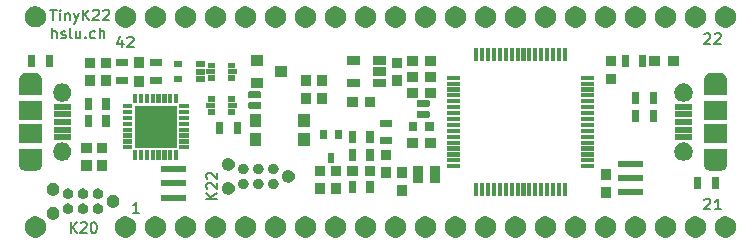
<source format=gts>
G04 #@! TF.GenerationSoftware,KiCad,Pcbnew,(5.1.5)-3*
G04 #@! TF.CreationDate,2020-05-12T20:49:58+02:00*
G04 #@! TF.ProjectId,TinyK22,54696e79-4b32-4322-9e6b-696361645f70,1.0*
G04 #@! TF.SameCoordinates,Original*
G04 #@! TF.FileFunction,Soldermask,Top*
G04 #@! TF.FilePolarity,Negative*
%FSLAX46Y46*%
G04 Gerber Fmt 4.6, Leading zero omitted, Abs format (unit mm)*
G04 Created by KiCad (PCBNEW (5.1.5)-3) date 2020-05-12 20:49:58*
%MOMM*%
%LPD*%
G04 APERTURE LIST*
%ADD10C,0.170000*%
%ADD11C,0.100000*%
G04 APERTURE END LIST*
D10*
X5407142Y-19657142D02*
X5407142Y-18757142D01*
X5921428Y-19657142D02*
X5535714Y-19142857D01*
X5921428Y-18757142D02*
X5407142Y-19271428D01*
X6264285Y-18842857D02*
X6307142Y-18800000D01*
X6392857Y-18757142D01*
X6607142Y-18757142D01*
X6692857Y-18800000D01*
X6735714Y-18842857D01*
X6778571Y-18928571D01*
X6778571Y-19014285D01*
X6735714Y-19142857D01*
X6221428Y-19657142D01*
X6778571Y-19657142D01*
X7335714Y-18757142D02*
X7421428Y-18757142D01*
X7507142Y-18800000D01*
X7550000Y-18842857D01*
X7592857Y-18928571D01*
X7635714Y-19100000D01*
X7635714Y-19314285D01*
X7592857Y-19485714D01*
X7550000Y-19571428D01*
X7507142Y-19614285D01*
X7421428Y-19657142D01*
X7335714Y-19657142D01*
X7250000Y-19614285D01*
X7207142Y-19571428D01*
X7164285Y-19485714D01*
X7121428Y-19314285D01*
X7121428Y-19100000D01*
X7164285Y-18928571D01*
X7207142Y-18842857D01*
X7250000Y-18800000D01*
X7335714Y-18757142D01*
X17792142Y-16762857D02*
X16892142Y-16762857D01*
X17792142Y-16248571D02*
X17277857Y-16634285D01*
X16892142Y-16248571D02*
X17406428Y-16762857D01*
X16977857Y-15905714D02*
X16935000Y-15862857D01*
X16892142Y-15777142D01*
X16892142Y-15562857D01*
X16935000Y-15477142D01*
X16977857Y-15434285D01*
X17063571Y-15391428D01*
X17149285Y-15391428D01*
X17277857Y-15434285D01*
X17792142Y-15948571D01*
X17792142Y-15391428D01*
X16977857Y-15048571D02*
X16935000Y-15005714D01*
X16892142Y-14920000D01*
X16892142Y-14705714D01*
X16935000Y-14620000D01*
X16977857Y-14577142D01*
X17063571Y-14534285D01*
X17149285Y-14534285D01*
X17277857Y-14577142D01*
X17792142Y-15091428D01*
X17792142Y-14534285D01*
X59064285Y-2842857D02*
X59107142Y-2800000D01*
X59192857Y-2757142D01*
X59407142Y-2757142D01*
X59492857Y-2800000D01*
X59535714Y-2842857D01*
X59578571Y-2928571D01*
X59578571Y-3014285D01*
X59535714Y-3142857D01*
X59021428Y-3657142D01*
X59578571Y-3657142D01*
X59921428Y-2842857D02*
X59964285Y-2800000D01*
X60050000Y-2757142D01*
X60264285Y-2757142D01*
X60350000Y-2800000D01*
X60392857Y-2842857D01*
X60435714Y-2928571D01*
X60435714Y-3014285D01*
X60392857Y-3142857D01*
X59878571Y-3657142D01*
X60435714Y-3657142D01*
X11207142Y-17957142D02*
X10692857Y-17957142D01*
X10950000Y-17957142D02*
X10950000Y-17057142D01*
X10864285Y-17185714D01*
X10778571Y-17271428D01*
X10692857Y-17314285D01*
X9787857Y-3326142D02*
X9787857Y-3926142D01*
X9573571Y-2983285D02*
X9359285Y-3626142D01*
X9916428Y-3626142D01*
X10216428Y-3111857D02*
X10259285Y-3069000D01*
X10345000Y-3026142D01*
X10559285Y-3026142D01*
X10645000Y-3069000D01*
X10687857Y-3111857D01*
X10730714Y-3197571D01*
X10730714Y-3283285D01*
X10687857Y-3411857D01*
X10173571Y-3926142D01*
X10730714Y-3926142D01*
X59064285Y-16842857D02*
X59107142Y-16800000D01*
X59192857Y-16757142D01*
X59407142Y-16757142D01*
X59492857Y-16800000D01*
X59535714Y-16842857D01*
X59578571Y-16928571D01*
X59578571Y-17014285D01*
X59535714Y-17142857D01*
X59021428Y-17657142D01*
X59578571Y-17657142D01*
X60435714Y-17657142D02*
X59921428Y-17657142D01*
X60178571Y-17657142D02*
X60178571Y-16757142D01*
X60092857Y-16885714D01*
X60007142Y-16971428D01*
X59921428Y-17014285D01*
X3696214Y-747142D02*
X4210500Y-747142D01*
X3953357Y-1647142D02*
X3953357Y-747142D01*
X4510500Y-1647142D02*
X4510500Y-1047142D01*
X4510500Y-747142D02*
X4467642Y-790000D01*
X4510500Y-832857D01*
X4553357Y-790000D01*
X4510500Y-747142D01*
X4510500Y-832857D01*
X4939071Y-1047142D02*
X4939071Y-1647142D01*
X4939071Y-1132857D02*
X4981928Y-1090000D01*
X5067642Y-1047142D01*
X5196214Y-1047142D01*
X5281928Y-1090000D01*
X5324785Y-1175714D01*
X5324785Y-1647142D01*
X5667642Y-1047142D02*
X5881928Y-1647142D01*
X6096214Y-1047142D02*
X5881928Y-1647142D01*
X5796214Y-1861428D01*
X5753357Y-1904285D01*
X5667642Y-1947142D01*
X6439071Y-1647142D02*
X6439071Y-747142D01*
X6953357Y-1647142D02*
X6567642Y-1132857D01*
X6953357Y-747142D02*
X6439071Y-1261428D01*
X7296214Y-832857D02*
X7339071Y-790000D01*
X7424785Y-747142D01*
X7639071Y-747142D01*
X7724785Y-790000D01*
X7767642Y-832857D01*
X7810499Y-918571D01*
X7810499Y-1004285D01*
X7767642Y-1132857D01*
X7253357Y-1647142D01*
X7810499Y-1647142D01*
X8153357Y-832857D02*
X8196214Y-790000D01*
X8281928Y-747142D01*
X8496214Y-747142D01*
X8581928Y-790000D01*
X8624785Y-832857D01*
X8667642Y-918571D01*
X8667642Y-1004285D01*
X8624785Y-1132857D01*
X8110499Y-1647142D01*
X8667642Y-1647142D01*
X3824785Y-3167142D02*
X3824785Y-2267142D01*
X4210500Y-3167142D02*
X4210500Y-2695714D01*
X4167642Y-2610000D01*
X4081928Y-2567142D01*
X3953357Y-2567142D01*
X3867642Y-2610000D01*
X3824785Y-2652857D01*
X4596214Y-3124285D02*
X4681928Y-3167142D01*
X4853357Y-3167142D01*
X4939071Y-3124285D01*
X4981928Y-3038571D01*
X4981928Y-2995714D01*
X4939071Y-2910000D01*
X4853357Y-2867142D01*
X4724785Y-2867142D01*
X4639071Y-2824285D01*
X4596214Y-2738571D01*
X4596214Y-2695714D01*
X4639071Y-2610000D01*
X4724785Y-2567142D01*
X4853357Y-2567142D01*
X4939071Y-2610000D01*
X5496214Y-3167142D02*
X5410500Y-3124285D01*
X5367642Y-3038571D01*
X5367642Y-2267142D01*
X6224785Y-2567142D02*
X6224785Y-3167142D01*
X5839071Y-2567142D02*
X5839071Y-3038571D01*
X5881928Y-3124285D01*
X5967642Y-3167142D01*
X6096214Y-3167142D01*
X6181928Y-3124285D01*
X6224785Y-3081428D01*
X6653357Y-3081428D02*
X6696214Y-3124285D01*
X6653357Y-3167142D01*
X6610500Y-3124285D01*
X6653357Y-3081428D01*
X6653357Y-3167142D01*
X7467642Y-3124285D02*
X7381928Y-3167142D01*
X7210500Y-3167142D01*
X7124785Y-3124285D01*
X7081928Y-3081428D01*
X7039071Y-2995714D01*
X7039071Y-2738571D01*
X7081928Y-2652857D01*
X7124785Y-2610000D01*
X7210500Y-2567142D01*
X7381928Y-2567142D01*
X7467642Y-2610000D01*
X7853357Y-3167142D02*
X7853357Y-2267142D01*
X8239071Y-3167142D02*
X8239071Y-2695714D01*
X8196214Y-2610000D01*
X8110500Y-2567142D01*
X7981928Y-2567142D01*
X7896214Y-2610000D01*
X7853357Y-2652857D01*
D11*
G36*
X10307520Y-18274586D02*
G01*
X10471310Y-18342430D01*
X10618717Y-18440924D01*
X10744076Y-18566283D01*
X10842570Y-18713690D01*
X10910414Y-18877480D01*
X10945000Y-19051358D01*
X10945000Y-19228642D01*
X10910414Y-19402520D01*
X10842570Y-19566310D01*
X10744076Y-19713717D01*
X10618717Y-19839076D01*
X10471310Y-19937570D01*
X10307520Y-20005414D01*
X10133642Y-20040000D01*
X9956358Y-20040000D01*
X9782480Y-20005414D01*
X9618690Y-19937570D01*
X9471283Y-19839076D01*
X9345924Y-19713717D01*
X9247430Y-19566310D01*
X9179586Y-19402520D01*
X9145000Y-19228642D01*
X9145000Y-19051358D01*
X9179586Y-18877480D01*
X9247430Y-18713690D01*
X9345924Y-18566283D01*
X9471283Y-18440924D01*
X9618690Y-18342430D01*
X9782480Y-18274586D01*
X9956358Y-18240000D01*
X10133642Y-18240000D01*
X10307520Y-18274586D01*
G37*
G36*
X38247520Y-18274586D02*
G01*
X38411310Y-18342430D01*
X38558717Y-18440924D01*
X38684076Y-18566283D01*
X38782570Y-18713690D01*
X38850414Y-18877480D01*
X38885000Y-19051358D01*
X38885000Y-19228642D01*
X38850414Y-19402520D01*
X38782570Y-19566310D01*
X38684076Y-19713717D01*
X38558717Y-19839076D01*
X38411310Y-19937570D01*
X38247520Y-20005414D01*
X38073642Y-20040000D01*
X37896358Y-20040000D01*
X37722480Y-20005414D01*
X37558690Y-19937570D01*
X37411283Y-19839076D01*
X37285924Y-19713717D01*
X37187430Y-19566310D01*
X37119586Y-19402520D01*
X37085000Y-19228642D01*
X37085000Y-19051358D01*
X37119586Y-18877480D01*
X37187430Y-18713690D01*
X37285924Y-18566283D01*
X37411283Y-18440924D01*
X37558690Y-18342430D01*
X37722480Y-18274586D01*
X37896358Y-18240000D01*
X38073642Y-18240000D01*
X38247520Y-18274586D01*
G37*
G36*
X61107520Y-18274586D02*
G01*
X61271310Y-18342430D01*
X61418717Y-18440924D01*
X61544076Y-18566283D01*
X61642570Y-18713690D01*
X61710414Y-18877480D01*
X61745000Y-19051358D01*
X61745000Y-19228642D01*
X61710414Y-19402520D01*
X61642570Y-19566310D01*
X61544076Y-19713717D01*
X61418717Y-19839076D01*
X61271310Y-19937570D01*
X61107520Y-20005414D01*
X60933642Y-20040000D01*
X60756358Y-20040000D01*
X60582480Y-20005414D01*
X60418690Y-19937570D01*
X60271283Y-19839076D01*
X60145924Y-19713717D01*
X60047430Y-19566310D01*
X59979586Y-19402520D01*
X59945000Y-19228642D01*
X59945000Y-19051358D01*
X59979586Y-18877480D01*
X60047430Y-18713690D01*
X60145924Y-18566283D01*
X60271283Y-18440924D01*
X60418690Y-18342430D01*
X60582480Y-18274586D01*
X60756358Y-18240000D01*
X60933642Y-18240000D01*
X61107520Y-18274586D01*
G37*
G36*
X58567520Y-18274586D02*
G01*
X58731310Y-18342430D01*
X58878717Y-18440924D01*
X59004076Y-18566283D01*
X59102570Y-18713690D01*
X59170414Y-18877480D01*
X59205000Y-19051358D01*
X59205000Y-19228642D01*
X59170414Y-19402520D01*
X59102570Y-19566310D01*
X59004076Y-19713717D01*
X58878717Y-19839076D01*
X58731310Y-19937570D01*
X58567520Y-20005414D01*
X58393642Y-20040000D01*
X58216358Y-20040000D01*
X58042480Y-20005414D01*
X57878690Y-19937570D01*
X57731283Y-19839076D01*
X57605924Y-19713717D01*
X57507430Y-19566310D01*
X57439586Y-19402520D01*
X57405000Y-19228642D01*
X57405000Y-19051358D01*
X57439586Y-18877480D01*
X57507430Y-18713690D01*
X57605924Y-18566283D01*
X57731283Y-18440924D01*
X57878690Y-18342430D01*
X58042480Y-18274586D01*
X58216358Y-18240000D01*
X58393642Y-18240000D01*
X58567520Y-18274586D01*
G37*
G36*
X56027520Y-18274586D02*
G01*
X56191310Y-18342430D01*
X56338717Y-18440924D01*
X56464076Y-18566283D01*
X56562570Y-18713690D01*
X56630414Y-18877480D01*
X56665000Y-19051358D01*
X56665000Y-19228642D01*
X56630414Y-19402520D01*
X56562570Y-19566310D01*
X56464076Y-19713717D01*
X56338717Y-19839076D01*
X56191310Y-19937570D01*
X56027520Y-20005414D01*
X55853642Y-20040000D01*
X55676358Y-20040000D01*
X55502480Y-20005414D01*
X55338690Y-19937570D01*
X55191283Y-19839076D01*
X55065924Y-19713717D01*
X54967430Y-19566310D01*
X54899586Y-19402520D01*
X54865000Y-19228642D01*
X54865000Y-19051358D01*
X54899586Y-18877480D01*
X54967430Y-18713690D01*
X55065924Y-18566283D01*
X55191283Y-18440924D01*
X55338690Y-18342430D01*
X55502480Y-18274586D01*
X55676358Y-18240000D01*
X55853642Y-18240000D01*
X56027520Y-18274586D01*
G37*
G36*
X53487520Y-18274586D02*
G01*
X53651310Y-18342430D01*
X53798717Y-18440924D01*
X53924076Y-18566283D01*
X54022570Y-18713690D01*
X54090414Y-18877480D01*
X54125000Y-19051358D01*
X54125000Y-19228642D01*
X54090414Y-19402520D01*
X54022570Y-19566310D01*
X53924076Y-19713717D01*
X53798717Y-19839076D01*
X53651310Y-19937570D01*
X53487520Y-20005414D01*
X53313642Y-20040000D01*
X53136358Y-20040000D01*
X52962480Y-20005414D01*
X52798690Y-19937570D01*
X52651283Y-19839076D01*
X52525924Y-19713717D01*
X52427430Y-19566310D01*
X52359586Y-19402520D01*
X52325000Y-19228642D01*
X52325000Y-19051358D01*
X52359586Y-18877480D01*
X52427430Y-18713690D01*
X52525924Y-18566283D01*
X52651283Y-18440924D01*
X52798690Y-18342430D01*
X52962480Y-18274586D01*
X53136358Y-18240000D01*
X53313642Y-18240000D01*
X53487520Y-18274586D01*
G37*
G36*
X50947520Y-18274586D02*
G01*
X51111310Y-18342430D01*
X51258717Y-18440924D01*
X51384076Y-18566283D01*
X51482570Y-18713690D01*
X51550414Y-18877480D01*
X51585000Y-19051358D01*
X51585000Y-19228642D01*
X51550414Y-19402520D01*
X51482570Y-19566310D01*
X51384076Y-19713717D01*
X51258717Y-19839076D01*
X51111310Y-19937570D01*
X50947520Y-20005414D01*
X50773642Y-20040000D01*
X50596358Y-20040000D01*
X50422480Y-20005414D01*
X50258690Y-19937570D01*
X50111283Y-19839076D01*
X49985924Y-19713717D01*
X49887430Y-19566310D01*
X49819586Y-19402520D01*
X49785000Y-19228642D01*
X49785000Y-19051358D01*
X49819586Y-18877480D01*
X49887430Y-18713690D01*
X49985924Y-18566283D01*
X50111283Y-18440924D01*
X50258690Y-18342430D01*
X50422480Y-18274586D01*
X50596358Y-18240000D01*
X50773642Y-18240000D01*
X50947520Y-18274586D01*
G37*
G36*
X48407520Y-18274586D02*
G01*
X48571310Y-18342430D01*
X48718717Y-18440924D01*
X48844076Y-18566283D01*
X48942570Y-18713690D01*
X49010414Y-18877480D01*
X49045000Y-19051358D01*
X49045000Y-19228642D01*
X49010414Y-19402520D01*
X48942570Y-19566310D01*
X48844076Y-19713717D01*
X48718717Y-19839076D01*
X48571310Y-19937570D01*
X48407520Y-20005414D01*
X48233642Y-20040000D01*
X48056358Y-20040000D01*
X47882480Y-20005414D01*
X47718690Y-19937570D01*
X47571283Y-19839076D01*
X47445924Y-19713717D01*
X47347430Y-19566310D01*
X47279586Y-19402520D01*
X47245000Y-19228642D01*
X47245000Y-19051358D01*
X47279586Y-18877480D01*
X47347430Y-18713690D01*
X47445924Y-18566283D01*
X47571283Y-18440924D01*
X47718690Y-18342430D01*
X47882480Y-18274586D01*
X48056358Y-18240000D01*
X48233642Y-18240000D01*
X48407520Y-18274586D01*
G37*
G36*
X45867520Y-18274586D02*
G01*
X46031310Y-18342430D01*
X46178717Y-18440924D01*
X46304076Y-18566283D01*
X46402570Y-18713690D01*
X46470414Y-18877480D01*
X46505000Y-19051358D01*
X46505000Y-19228642D01*
X46470414Y-19402520D01*
X46402570Y-19566310D01*
X46304076Y-19713717D01*
X46178717Y-19839076D01*
X46031310Y-19937570D01*
X45867520Y-20005414D01*
X45693642Y-20040000D01*
X45516358Y-20040000D01*
X45342480Y-20005414D01*
X45178690Y-19937570D01*
X45031283Y-19839076D01*
X44905924Y-19713717D01*
X44807430Y-19566310D01*
X44739586Y-19402520D01*
X44705000Y-19228642D01*
X44705000Y-19051358D01*
X44739586Y-18877480D01*
X44807430Y-18713690D01*
X44905924Y-18566283D01*
X45031283Y-18440924D01*
X45178690Y-18342430D01*
X45342480Y-18274586D01*
X45516358Y-18240000D01*
X45693642Y-18240000D01*
X45867520Y-18274586D01*
G37*
G36*
X43327520Y-18274586D02*
G01*
X43491310Y-18342430D01*
X43638717Y-18440924D01*
X43764076Y-18566283D01*
X43862570Y-18713690D01*
X43930414Y-18877480D01*
X43965000Y-19051358D01*
X43965000Y-19228642D01*
X43930414Y-19402520D01*
X43862570Y-19566310D01*
X43764076Y-19713717D01*
X43638717Y-19839076D01*
X43491310Y-19937570D01*
X43327520Y-20005414D01*
X43153642Y-20040000D01*
X42976358Y-20040000D01*
X42802480Y-20005414D01*
X42638690Y-19937570D01*
X42491283Y-19839076D01*
X42365924Y-19713717D01*
X42267430Y-19566310D01*
X42199586Y-19402520D01*
X42165000Y-19228642D01*
X42165000Y-19051358D01*
X42199586Y-18877480D01*
X42267430Y-18713690D01*
X42365924Y-18566283D01*
X42491283Y-18440924D01*
X42638690Y-18342430D01*
X42802480Y-18274586D01*
X42976358Y-18240000D01*
X43153642Y-18240000D01*
X43327520Y-18274586D01*
G37*
G36*
X40787520Y-18274586D02*
G01*
X40951310Y-18342430D01*
X41098717Y-18440924D01*
X41224076Y-18566283D01*
X41322570Y-18713690D01*
X41390414Y-18877480D01*
X41425000Y-19051358D01*
X41425000Y-19228642D01*
X41390414Y-19402520D01*
X41322570Y-19566310D01*
X41224076Y-19713717D01*
X41098717Y-19839076D01*
X40951310Y-19937570D01*
X40787520Y-20005414D01*
X40613642Y-20040000D01*
X40436358Y-20040000D01*
X40262480Y-20005414D01*
X40098690Y-19937570D01*
X39951283Y-19839076D01*
X39825924Y-19713717D01*
X39727430Y-19566310D01*
X39659586Y-19402520D01*
X39625000Y-19228642D01*
X39625000Y-19051358D01*
X39659586Y-18877480D01*
X39727430Y-18713690D01*
X39825924Y-18566283D01*
X39951283Y-18440924D01*
X40098690Y-18342430D01*
X40262480Y-18274586D01*
X40436358Y-18240000D01*
X40613642Y-18240000D01*
X40787520Y-18274586D01*
G37*
G36*
X2687520Y-18274586D02*
G01*
X2851310Y-18342430D01*
X2998717Y-18440924D01*
X3124076Y-18566283D01*
X3222570Y-18713690D01*
X3290414Y-18877480D01*
X3325000Y-19051358D01*
X3325000Y-19228642D01*
X3290414Y-19402520D01*
X3222570Y-19566310D01*
X3124076Y-19713717D01*
X2998717Y-19839076D01*
X2851310Y-19937570D01*
X2687520Y-20005414D01*
X2513642Y-20040000D01*
X2336358Y-20040000D01*
X2162480Y-20005414D01*
X1998690Y-19937570D01*
X1851283Y-19839076D01*
X1725924Y-19713717D01*
X1627430Y-19566310D01*
X1559586Y-19402520D01*
X1525000Y-19228642D01*
X1525000Y-19051358D01*
X1559586Y-18877480D01*
X1627430Y-18713690D01*
X1725924Y-18566283D01*
X1851283Y-18440924D01*
X1998690Y-18342430D01*
X2162480Y-18274586D01*
X2336358Y-18240000D01*
X2513642Y-18240000D01*
X2687520Y-18274586D01*
G37*
G36*
X33167520Y-18274586D02*
G01*
X33331310Y-18342430D01*
X33478717Y-18440924D01*
X33604076Y-18566283D01*
X33702570Y-18713690D01*
X33770414Y-18877480D01*
X33805000Y-19051358D01*
X33805000Y-19228642D01*
X33770414Y-19402520D01*
X33702570Y-19566310D01*
X33604076Y-19713717D01*
X33478717Y-19839076D01*
X33331310Y-19937570D01*
X33167520Y-20005414D01*
X32993642Y-20040000D01*
X32816358Y-20040000D01*
X32642480Y-20005414D01*
X32478690Y-19937570D01*
X32331283Y-19839076D01*
X32205924Y-19713717D01*
X32107430Y-19566310D01*
X32039586Y-19402520D01*
X32005000Y-19228642D01*
X32005000Y-19051358D01*
X32039586Y-18877480D01*
X32107430Y-18713690D01*
X32205924Y-18566283D01*
X32331283Y-18440924D01*
X32478690Y-18342430D01*
X32642480Y-18274586D01*
X32816358Y-18240000D01*
X32993642Y-18240000D01*
X33167520Y-18274586D01*
G37*
G36*
X30627520Y-18274586D02*
G01*
X30791310Y-18342430D01*
X30938717Y-18440924D01*
X31064076Y-18566283D01*
X31162570Y-18713690D01*
X31230414Y-18877480D01*
X31265000Y-19051358D01*
X31265000Y-19228642D01*
X31230414Y-19402520D01*
X31162570Y-19566310D01*
X31064076Y-19713717D01*
X30938717Y-19839076D01*
X30791310Y-19937570D01*
X30627520Y-20005414D01*
X30453642Y-20040000D01*
X30276358Y-20040000D01*
X30102480Y-20005414D01*
X29938690Y-19937570D01*
X29791283Y-19839076D01*
X29665924Y-19713717D01*
X29567430Y-19566310D01*
X29499586Y-19402520D01*
X29465000Y-19228642D01*
X29465000Y-19051358D01*
X29499586Y-18877480D01*
X29567430Y-18713690D01*
X29665924Y-18566283D01*
X29791283Y-18440924D01*
X29938690Y-18342430D01*
X30102480Y-18274586D01*
X30276358Y-18240000D01*
X30453642Y-18240000D01*
X30627520Y-18274586D01*
G37*
G36*
X28087520Y-18274586D02*
G01*
X28251310Y-18342430D01*
X28398717Y-18440924D01*
X28524076Y-18566283D01*
X28622570Y-18713690D01*
X28690414Y-18877480D01*
X28725000Y-19051358D01*
X28725000Y-19228642D01*
X28690414Y-19402520D01*
X28622570Y-19566310D01*
X28524076Y-19713717D01*
X28398717Y-19839076D01*
X28251310Y-19937570D01*
X28087520Y-20005414D01*
X27913642Y-20040000D01*
X27736358Y-20040000D01*
X27562480Y-20005414D01*
X27398690Y-19937570D01*
X27251283Y-19839076D01*
X27125924Y-19713717D01*
X27027430Y-19566310D01*
X26959586Y-19402520D01*
X26925000Y-19228642D01*
X26925000Y-19051358D01*
X26959586Y-18877480D01*
X27027430Y-18713690D01*
X27125924Y-18566283D01*
X27251283Y-18440924D01*
X27398690Y-18342430D01*
X27562480Y-18274586D01*
X27736358Y-18240000D01*
X27913642Y-18240000D01*
X28087520Y-18274586D01*
G37*
G36*
X25547520Y-18274586D02*
G01*
X25711310Y-18342430D01*
X25858717Y-18440924D01*
X25984076Y-18566283D01*
X26082570Y-18713690D01*
X26150414Y-18877480D01*
X26185000Y-19051358D01*
X26185000Y-19228642D01*
X26150414Y-19402520D01*
X26082570Y-19566310D01*
X25984076Y-19713717D01*
X25858717Y-19839076D01*
X25711310Y-19937570D01*
X25547520Y-20005414D01*
X25373642Y-20040000D01*
X25196358Y-20040000D01*
X25022480Y-20005414D01*
X24858690Y-19937570D01*
X24711283Y-19839076D01*
X24585924Y-19713717D01*
X24487430Y-19566310D01*
X24419586Y-19402520D01*
X24385000Y-19228642D01*
X24385000Y-19051358D01*
X24419586Y-18877480D01*
X24487430Y-18713690D01*
X24585924Y-18566283D01*
X24711283Y-18440924D01*
X24858690Y-18342430D01*
X25022480Y-18274586D01*
X25196358Y-18240000D01*
X25373642Y-18240000D01*
X25547520Y-18274586D01*
G37*
G36*
X23007520Y-18274586D02*
G01*
X23171310Y-18342430D01*
X23318717Y-18440924D01*
X23444076Y-18566283D01*
X23542570Y-18713690D01*
X23610414Y-18877480D01*
X23645000Y-19051358D01*
X23645000Y-19228642D01*
X23610414Y-19402520D01*
X23542570Y-19566310D01*
X23444076Y-19713717D01*
X23318717Y-19839076D01*
X23171310Y-19937570D01*
X23007520Y-20005414D01*
X22833642Y-20040000D01*
X22656358Y-20040000D01*
X22482480Y-20005414D01*
X22318690Y-19937570D01*
X22171283Y-19839076D01*
X22045924Y-19713717D01*
X21947430Y-19566310D01*
X21879586Y-19402520D01*
X21845000Y-19228642D01*
X21845000Y-19051358D01*
X21879586Y-18877480D01*
X21947430Y-18713690D01*
X22045924Y-18566283D01*
X22171283Y-18440924D01*
X22318690Y-18342430D01*
X22482480Y-18274586D01*
X22656358Y-18240000D01*
X22833642Y-18240000D01*
X23007520Y-18274586D01*
G37*
G36*
X20467520Y-18274586D02*
G01*
X20631310Y-18342430D01*
X20778717Y-18440924D01*
X20904076Y-18566283D01*
X21002570Y-18713690D01*
X21070414Y-18877480D01*
X21105000Y-19051358D01*
X21105000Y-19228642D01*
X21070414Y-19402520D01*
X21002570Y-19566310D01*
X20904076Y-19713717D01*
X20778717Y-19839076D01*
X20631310Y-19937570D01*
X20467520Y-20005414D01*
X20293642Y-20040000D01*
X20116358Y-20040000D01*
X19942480Y-20005414D01*
X19778690Y-19937570D01*
X19631283Y-19839076D01*
X19505924Y-19713717D01*
X19407430Y-19566310D01*
X19339586Y-19402520D01*
X19305000Y-19228642D01*
X19305000Y-19051358D01*
X19339586Y-18877480D01*
X19407430Y-18713690D01*
X19505924Y-18566283D01*
X19631283Y-18440924D01*
X19778690Y-18342430D01*
X19942480Y-18274586D01*
X20116358Y-18240000D01*
X20293642Y-18240000D01*
X20467520Y-18274586D01*
G37*
G36*
X17927520Y-18274586D02*
G01*
X18091310Y-18342430D01*
X18238717Y-18440924D01*
X18364076Y-18566283D01*
X18462570Y-18713690D01*
X18530414Y-18877480D01*
X18565000Y-19051358D01*
X18565000Y-19228642D01*
X18530414Y-19402520D01*
X18462570Y-19566310D01*
X18364076Y-19713717D01*
X18238717Y-19839076D01*
X18091310Y-19937570D01*
X17927520Y-20005414D01*
X17753642Y-20040000D01*
X17576358Y-20040000D01*
X17402480Y-20005414D01*
X17238690Y-19937570D01*
X17091283Y-19839076D01*
X16965924Y-19713717D01*
X16867430Y-19566310D01*
X16799586Y-19402520D01*
X16765000Y-19228642D01*
X16765000Y-19051358D01*
X16799586Y-18877480D01*
X16867430Y-18713690D01*
X16965924Y-18566283D01*
X17091283Y-18440924D01*
X17238690Y-18342430D01*
X17402480Y-18274586D01*
X17576358Y-18240000D01*
X17753642Y-18240000D01*
X17927520Y-18274586D01*
G37*
G36*
X15387520Y-18274586D02*
G01*
X15551310Y-18342430D01*
X15698717Y-18440924D01*
X15824076Y-18566283D01*
X15922570Y-18713690D01*
X15990414Y-18877480D01*
X16025000Y-19051358D01*
X16025000Y-19228642D01*
X15990414Y-19402520D01*
X15922570Y-19566310D01*
X15824076Y-19713717D01*
X15698717Y-19839076D01*
X15551310Y-19937570D01*
X15387520Y-20005414D01*
X15213642Y-20040000D01*
X15036358Y-20040000D01*
X14862480Y-20005414D01*
X14698690Y-19937570D01*
X14551283Y-19839076D01*
X14425924Y-19713717D01*
X14327430Y-19566310D01*
X14259586Y-19402520D01*
X14225000Y-19228642D01*
X14225000Y-19051358D01*
X14259586Y-18877480D01*
X14327430Y-18713690D01*
X14425924Y-18566283D01*
X14551283Y-18440924D01*
X14698690Y-18342430D01*
X14862480Y-18274586D01*
X15036358Y-18240000D01*
X15213642Y-18240000D01*
X15387520Y-18274586D01*
G37*
G36*
X12847520Y-18274586D02*
G01*
X13011310Y-18342430D01*
X13158717Y-18440924D01*
X13284076Y-18566283D01*
X13382570Y-18713690D01*
X13450414Y-18877480D01*
X13485000Y-19051358D01*
X13485000Y-19228642D01*
X13450414Y-19402520D01*
X13382570Y-19566310D01*
X13284076Y-19713717D01*
X13158717Y-19839076D01*
X13011310Y-19937570D01*
X12847520Y-20005414D01*
X12673642Y-20040000D01*
X12496358Y-20040000D01*
X12322480Y-20005414D01*
X12158690Y-19937570D01*
X12011283Y-19839076D01*
X11885924Y-19713717D01*
X11787430Y-19566310D01*
X11719586Y-19402520D01*
X11685000Y-19228642D01*
X11685000Y-19051358D01*
X11719586Y-18877480D01*
X11787430Y-18713690D01*
X11885924Y-18566283D01*
X12011283Y-18440924D01*
X12158690Y-18342430D01*
X12322480Y-18274586D01*
X12496358Y-18240000D01*
X12673642Y-18240000D01*
X12847520Y-18274586D01*
G37*
G36*
X35707520Y-18274586D02*
G01*
X35871310Y-18342430D01*
X36018717Y-18440924D01*
X36144076Y-18566283D01*
X36242570Y-18713690D01*
X36310414Y-18877480D01*
X36345000Y-19051358D01*
X36345000Y-19228642D01*
X36310414Y-19402520D01*
X36242570Y-19566310D01*
X36144076Y-19713717D01*
X36018717Y-19839076D01*
X35871310Y-19937570D01*
X35707520Y-20005414D01*
X35533642Y-20040000D01*
X35356358Y-20040000D01*
X35182480Y-20005414D01*
X35018690Y-19937570D01*
X34871283Y-19839076D01*
X34745924Y-19713717D01*
X34647430Y-19566310D01*
X34579586Y-19402520D01*
X34545000Y-19228642D01*
X34545000Y-19051358D01*
X34579586Y-18877480D01*
X34647430Y-18713690D01*
X34745924Y-18566283D01*
X34871283Y-18440924D01*
X35018690Y-18342430D01*
X35182480Y-18274586D01*
X35356358Y-18240000D01*
X35533642Y-18240000D01*
X35707520Y-18274586D01*
G37*
G36*
X4069058Y-17441656D02*
G01*
X4168296Y-17482762D01*
X4257608Y-17542438D01*
X4333562Y-17618392D01*
X4393238Y-17707704D01*
X4434344Y-17806942D01*
X4455300Y-17912293D01*
X4455300Y-18019707D01*
X4434344Y-18125058D01*
X4393238Y-18224296D01*
X4333562Y-18313608D01*
X4257608Y-18389562D01*
X4168296Y-18449238D01*
X4069058Y-18490344D01*
X3963707Y-18511300D01*
X3856293Y-18511300D01*
X3750942Y-18490344D01*
X3651704Y-18449238D01*
X3562392Y-18389562D01*
X3486438Y-18313608D01*
X3426762Y-18224296D01*
X3385656Y-18125058D01*
X3364700Y-18019707D01*
X3364700Y-17912293D01*
X3385656Y-17806942D01*
X3426762Y-17707704D01*
X3486438Y-17618392D01*
X3562392Y-17542438D01*
X3651704Y-17482762D01*
X3750942Y-17441656D01*
X3856293Y-17420700D01*
X3963707Y-17420700D01*
X4069058Y-17441656D01*
G37*
G36*
X6579423Y-17158351D02*
G01*
X6619797Y-17175074D01*
X6660170Y-17191797D01*
X6732843Y-17240357D01*
X6794643Y-17302157D01*
X6843203Y-17374830D01*
X6859926Y-17415203D01*
X6876649Y-17455577D01*
X6893700Y-17541299D01*
X6893700Y-17628701D01*
X6876649Y-17714423D01*
X6859926Y-17754797D01*
X6843203Y-17795170D01*
X6794643Y-17867843D01*
X6732843Y-17929643D01*
X6660170Y-17978203D01*
X6619797Y-17994925D01*
X6579423Y-18011649D01*
X6493701Y-18028700D01*
X6406299Y-18028700D01*
X6320577Y-18011649D01*
X6280203Y-17994925D01*
X6239830Y-17978203D01*
X6167157Y-17929643D01*
X6105357Y-17867843D01*
X6056797Y-17795170D01*
X6040075Y-17754797D01*
X6023351Y-17714423D01*
X6006300Y-17628701D01*
X6006300Y-17541299D01*
X6023351Y-17455577D01*
X6040075Y-17415203D01*
X6056797Y-17374830D01*
X6105357Y-17302157D01*
X6167157Y-17240357D01*
X6239830Y-17191797D01*
X6280203Y-17175074D01*
X6320577Y-17158351D01*
X6406299Y-17141300D01*
X6493701Y-17141300D01*
X6579423Y-17158351D01*
G37*
G36*
X5309423Y-17158351D02*
G01*
X5349797Y-17175074D01*
X5390170Y-17191797D01*
X5462843Y-17240357D01*
X5524643Y-17302157D01*
X5573203Y-17374830D01*
X5589926Y-17415203D01*
X5606649Y-17455577D01*
X5623700Y-17541299D01*
X5623700Y-17628701D01*
X5606649Y-17714423D01*
X5589926Y-17754797D01*
X5573203Y-17795170D01*
X5524643Y-17867843D01*
X5462843Y-17929643D01*
X5390170Y-17978203D01*
X5349797Y-17994925D01*
X5309423Y-18011649D01*
X5223701Y-18028700D01*
X5136299Y-18028700D01*
X5050577Y-18011649D01*
X5010203Y-17994925D01*
X4969830Y-17978203D01*
X4897157Y-17929643D01*
X4835357Y-17867843D01*
X4786797Y-17795170D01*
X4770075Y-17754797D01*
X4753351Y-17714423D01*
X4736300Y-17628701D01*
X4736300Y-17541299D01*
X4753351Y-17455577D01*
X4770075Y-17415203D01*
X4786797Y-17374830D01*
X4835357Y-17302157D01*
X4897157Y-17240357D01*
X4969830Y-17191797D01*
X5010203Y-17175074D01*
X5050577Y-17158351D01*
X5136299Y-17141300D01*
X5223701Y-17141300D01*
X5309423Y-17158351D01*
G37*
G36*
X7849423Y-17158351D02*
G01*
X7889797Y-17175074D01*
X7930170Y-17191797D01*
X8002843Y-17240357D01*
X8064643Y-17302157D01*
X8113203Y-17374830D01*
X8129926Y-17415203D01*
X8146649Y-17455577D01*
X8163700Y-17541299D01*
X8163700Y-17628701D01*
X8146649Y-17714423D01*
X8129926Y-17754797D01*
X8113203Y-17795170D01*
X8064643Y-17867843D01*
X8002843Y-17929643D01*
X7930170Y-17978203D01*
X7889797Y-17994925D01*
X7849423Y-18011649D01*
X7763701Y-18028700D01*
X7676299Y-18028700D01*
X7590577Y-18011649D01*
X7550203Y-17994925D01*
X7509830Y-17978203D01*
X7437157Y-17929643D01*
X7375357Y-17867843D01*
X7326797Y-17795170D01*
X7310075Y-17754797D01*
X7293351Y-17714423D01*
X7276300Y-17628701D01*
X7276300Y-17541299D01*
X7293351Y-17455577D01*
X7310075Y-17415203D01*
X7326797Y-17374830D01*
X7375357Y-17302157D01*
X7437157Y-17240357D01*
X7509830Y-17191797D01*
X7550203Y-17175074D01*
X7590577Y-17158351D01*
X7676299Y-17141300D01*
X7763701Y-17141300D01*
X7849423Y-17158351D01*
G37*
G36*
X9149058Y-16425656D02*
G01*
X9248296Y-16466762D01*
X9337608Y-16526438D01*
X9413562Y-16602392D01*
X9473238Y-16691704D01*
X9514344Y-16790942D01*
X9535300Y-16896293D01*
X9535300Y-17003707D01*
X9514344Y-17109058D01*
X9473238Y-17208296D01*
X9413562Y-17297608D01*
X9337608Y-17373562D01*
X9248296Y-17433238D01*
X9149058Y-17474344D01*
X9043707Y-17495300D01*
X8936293Y-17495300D01*
X8830942Y-17474344D01*
X8731704Y-17433238D01*
X8642392Y-17373562D01*
X8566438Y-17297608D01*
X8506762Y-17208296D01*
X8465656Y-17109058D01*
X8444700Y-17003707D01*
X8444700Y-16896293D01*
X8465656Y-16790942D01*
X8506762Y-16691704D01*
X8566438Y-16602392D01*
X8642392Y-16526438D01*
X8731704Y-16466762D01*
X8830942Y-16425656D01*
X8936293Y-16404700D01*
X9043707Y-16404700D01*
X9149058Y-16425656D01*
G37*
G36*
X15150000Y-16900000D02*
G01*
X13050000Y-16900000D01*
X13050000Y-16400000D01*
X15150000Y-16400000D01*
X15150000Y-16900000D01*
G37*
G36*
X7849423Y-15888351D02*
G01*
X7889797Y-15905074D01*
X7930170Y-15921797D01*
X8002843Y-15970357D01*
X8064643Y-16032157D01*
X8113203Y-16104830D01*
X8121266Y-16124296D01*
X8146649Y-16185577D01*
X8163700Y-16271299D01*
X8163700Y-16358701D01*
X8146649Y-16444423D01*
X8137396Y-16466762D01*
X8113203Y-16525170D01*
X8064643Y-16597843D01*
X8002843Y-16659643D01*
X7930170Y-16708203D01*
X7889797Y-16724925D01*
X7849423Y-16741649D01*
X7763701Y-16758700D01*
X7676299Y-16758700D01*
X7590577Y-16741649D01*
X7550203Y-16724925D01*
X7509830Y-16708203D01*
X7437157Y-16659643D01*
X7375357Y-16597843D01*
X7326797Y-16525170D01*
X7302604Y-16466762D01*
X7293351Y-16444423D01*
X7276300Y-16358701D01*
X7276300Y-16271299D01*
X7293351Y-16185577D01*
X7318734Y-16124296D01*
X7326797Y-16104830D01*
X7375357Y-16032157D01*
X7437157Y-15970357D01*
X7509830Y-15921797D01*
X7550203Y-15905074D01*
X7590577Y-15888351D01*
X7676299Y-15871300D01*
X7763701Y-15871300D01*
X7849423Y-15888351D01*
G37*
G36*
X5309423Y-15888351D02*
G01*
X5349797Y-15905074D01*
X5390170Y-15921797D01*
X5462843Y-15970357D01*
X5524643Y-16032157D01*
X5573203Y-16104830D01*
X5581266Y-16124296D01*
X5606649Y-16185577D01*
X5623700Y-16271299D01*
X5623700Y-16358701D01*
X5606649Y-16444423D01*
X5597396Y-16466762D01*
X5573203Y-16525170D01*
X5524643Y-16597843D01*
X5462843Y-16659643D01*
X5390170Y-16708203D01*
X5349797Y-16724925D01*
X5309423Y-16741649D01*
X5223701Y-16758700D01*
X5136299Y-16758700D01*
X5050577Y-16741649D01*
X5010203Y-16724925D01*
X4969830Y-16708203D01*
X4897157Y-16659643D01*
X4835357Y-16597843D01*
X4786797Y-16525170D01*
X4762604Y-16466762D01*
X4753351Y-16444423D01*
X4736300Y-16358701D01*
X4736300Y-16271299D01*
X4753351Y-16185577D01*
X4778734Y-16124296D01*
X4786797Y-16104830D01*
X4835357Y-16032157D01*
X4897157Y-15970357D01*
X4969830Y-15921797D01*
X5010203Y-15905074D01*
X5050577Y-15888351D01*
X5136299Y-15871300D01*
X5223701Y-15871300D01*
X5309423Y-15888351D01*
G37*
G36*
X6579423Y-15888351D02*
G01*
X6619797Y-15905074D01*
X6660170Y-15921797D01*
X6732843Y-15970357D01*
X6794643Y-16032157D01*
X6843203Y-16104830D01*
X6851266Y-16124296D01*
X6876649Y-16185577D01*
X6893700Y-16271299D01*
X6893700Y-16358701D01*
X6876649Y-16444423D01*
X6867396Y-16466762D01*
X6843203Y-16525170D01*
X6794643Y-16597843D01*
X6732843Y-16659643D01*
X6660170Y-16708203D01*
X6619797Y-16724925D01*
X6579423Y-16741649D01*
X6493701Y-16758700D01*
X6406299Y-16758700D01*
X6320577Y-16741649D01*
X6280203Y-16724925D01*
X6239830Y-16708203D01*
X6167157Y-16659643D01*
X6105357Y-16597843D01*
X6056797Y-16525170D01*
X6032604Y-16466762D01*
X6023351Y-16444423D01*
X6006300Y-16358701D01*
X6006300Y-16271299D01*
X6023351Y-16185577D01*
X6048734Y-16124296D01*
X6056797Y-16104830D01*
X6105357Y-16032157D01*
X6167157Y-15970357D01*
X6239830Y-15921797D01*
X6280203Y-15905074D01*
X6320577Y-15888351D01*
X6406299Y-15871300D01*
X6493701Y-15871300D01*
X6579423Y-15888351D01*
G37*
G36*
X51125000Y-16650000D02*
G01*
X50275000Y-16650000D01*
X50275000Y-15750000D01*
X51125000Y-15750000D01*
X51125000Y-16650000D01*
G37*
G36*
X41425000Y-16500000D02*
G01*
X41075000Y-16500000D01*
X41075000Y-15400000D01*
X41425000Y-15400000D01*
X41425000Y-16500000D01*
G37*
G36*
X39925000Y-16500000D02*
G01*
X39575000Y-16500000D01*
X39575000Y-15400000D01*
X39925000Y-15400000D01*
X39925000Y-16500000D01*
G37*
G36*
X33875000Y-16500000D02*
G01*
X33025000Y-16500000D01*
X33025000Y-15600000D01*
X33875000Y-15600000D01*
X33875000Y-16500000D01*
G37*
G36*
X40925000Y-16500000D02*
G01*
X40575000Y-16500000D01*
X40575000Y-15400000D01*
X40925000Y-15400000D01*
X40925000Y-16500000D01*
G37*
G36*
X41925000Y-16500000D02*
G01*
X41575000Y-16500000D01*
X41575000Y-15400000D01*
X41925000Y-15400000D01*
X41925000Y-16500000D01*
G37*
G36*
X42425000Y-16500000D02*
G01*
X42075000Y-16500000D01*
X42075000Y-15400000D01*
X42425000Y-15400000D01*
X42425000Y-16500000D01*
G37*
G36*
X42925000Y-16500000D02*
G01*
X42575000Y-16500000D01*
X42575000Y-15400000D01*
X42925000Y-15400000D01*
X42925000Y-16500000D01*
G37*
G36*
X43425000Y-16500000D02*
G01*
X43075000Y-16500000D01*
X43075000Y-15400000D01*
X43425000Y-15400000D01*
X43425000Y-16500000D01*
G37*
G36*
X40425000Y-16500000D02*
G01*
X40075000Y-16500000D01*
X40075000Y-15400000D01*
X40425000Y-15400000D01*
X40425000Y-16500000D01*
G37*
G36*
X43925000Y-16500000D02*
G01*
X43575000Y-16500000D01*
X43575000Y-15400000D01*
X43925000Y-15400000D01*
X43925000Y-16500000D01*
G37*
G36*
X47425000Y-16500000D02*
G01*
X47075000Y-16500000D01*
X47075000Y-15400000D01*
X47425000Y-15400000D01*
X47425000Y-16500000D01*
G37*
G36*
X46925000Y-16500000D02*
G01*
X46575000Y-16500000D01*
X46575000Y-15400000D01*
X46925000Y-15400000D01*
X46925000Y-16500000D01*
G37*
G36*
X46425000Y-16500000D02*
G01*
X46075000Y-16500000D01*
X46075000Y-15400000D01*
X46425000Y-15400000D01*
X46425000Y-16500000D01*
G37*
G36*
X44425000Y-16500000D02*
G01*
X44075000Y-16500000D01*
X44075000Y-15400000D01*
X44425000Y-15400000D01*
X44425000Y-16500000D01*
G37*
G36*
X45925000Y-16500000D02*
G01*
X45575000Y-16500000D01*
X45575000Y-15400000D01*
X45925000Y-15400000D01*
X45925000Y-16500000D01*
G37*
G36*
X45425000Y-16500000D02*
G01*
X45075000Y-16500000D01*
X45075000Y-15400000D01*
X45425000Y-15400000D01*
X45425000Y-16500000D01*
G37*
G36*
X44925000Y-16500000D02*
G01*
X44575000Y-16500000D01*
X44575000Y-15400000D01*
X44925000Y-15400000D01*
X44925000Y-16500000D01*
G37*
G36*
X4069058Y-15409656D02*
G01*
X4168296Y-15450762D01*
X4257608Y-15510438D01*
X4333562Y-15586392D01*
X4393238Y-15675704D01*
X4434344Y-15774942D01*
X4455300Y-15880293D01*
X4455300Y-15987707D01*
X4434344Y-16093058D01*
X4393238Y-16192296D01*
X4333562Y-16281608D01*
X4257608Y-16357562D01*
X4168296Y-16417238D01*
X4069058Y-16458344D01*
X3963707Y-16479300D01*
X3856293Y-16479300D01*
X3750942Y-16458344D01*
X3651704Y-16417238D01*
X3562392Y-16357562D01*
X3486438Y-16281608D01*
X3426762Y-16192296D01*
X3385656Y-16093058D01*
X3364700Y-15987707D01*
X3364700Y-15880293D01*
X3385656Y-15774942D01*
X3426762Y-15675704D01*
X3486438Y-15586392D01*
X3562392Y-15510438D01*
X3651704Y-15450762D01*
X3750942Y-15409656D01*
X3856293Y-15388700D01*
X3963707Y-15388700D01*
X4069058Y-15409656D01*
G37*
G36*
X53850000Y-16450000D02*
G01*
X51750000Y-16450000D01*
X51750000Y-15950000D01*
X53850000Y-15950000D01*
X53850000Y-16450000D01*
G37*
G36*
X18919058Y-15341656D02*
G01*
X19018296Y-15382762D01*
X19107608Y-15442438D01*
X19183562Y-15518392D01*
X19243238Y-15607704D01*
X19284344Y-15706942D01*
X19305300Y-15812293D01*
X19305300Y-15919707D01*
X19284344Y-16025058D01*
X19243238Y-16124296D01*
X19183562Y-16213608D01*
X19107608Y-16289562D01*
X19018296Y-16349238D01*
X18919058Y-16390344D01*
X18813707Y-16411300D01*
X18706293Y-16411300D01*
X18600942Y-16390344D01*
X18501704Y-16349238D01*
X18412392Y-16289562D01*
X18336438Y-16213608D01*
X18276762Y-16124296D01*
X18235656Y-16025058D01*
X18214700Y-15919707D01*
X18214700Y-15812293D01*
X18235656Y-15706942D01*
X18276762Y-15607704D01*
X18336438Y-15518392D01*
X18412392Y-15442438D01*
X18501704Y-15382762D01*
X18600942Y-15341656D01*
X18706293Y-15320700D01*
X18813707Y-15320700D01*
X18919058Y-15341656D01*
G37*
G36*
X28325000Y-16350000D02*
G01*
X27475000Y-16350000D01*
X27475000Y-15450000D01*
X28325000Y-15450000D01*
X28325000Y-16350000D01*
G37*
G36*
X26975000Y-16350000D02*
G01*
X26125000Y-16350000D01*
X26125000Y-15450000D01*
X26975000Y-15450000D01*
X26975000Y-16350000D01*
G37*
G36*
X31050000Y-16250000D02*
G01*
X30450000Y-16250000D01*
X30450000Y-15250000D01*
X31050000Y-15250000D01*
X31050000Y-16250000D01*
G37*
G36*
X29550000Y-16250000D02*
G01*
X28950000Y-16250000D01*
X28950000Y-15250000D01*
X29550000Y-15250000D01*
X29550000Y-16250000D01*
G37*
G36*
X60300000Y-15950000D02*
G01*
X59700000Y-15950000D01*
X59700000Y-14950000D01*
X60300000Y-14950000D01*
X60300000Y-15950000D01*
G37*
G36*
X58800000Y-15950000D02*
G01*
X58200000Y-15950000D01*
X58200000Y-14950000D01*
X58800000Y-14950000D01*
X58800000Y-15950000D01*
G37*
G36*
X21429423Y-15058351D02*
G01*
X21469797Y-15075074D01*
X21510170Y-15091797D01*
X21582843Y-15140357D01*
X21644643Y-15202157D01*
X21693203Y-15274830D01*
X21709926Y-15315203D01*
X21726649Y-15355577D01*
X21743700Y-15441299D01*
X21743700Y-15528701D01*
X21726649Y-15614423D01*
X21709925Y-15654797D01*
X21693203Y-15695170D01*
X21644643Y-15767843D01*
X21582843Y-15829643D01*
X21510170Y-15878203D01*
X21485667Y-15888352D01*
X21429423Y-15911649D01*
X21343701Y-15928700D01*
X21256299Y-15928700D01*
X21170577Y-15911649D01*
X21114333Y-15888352D01*
X21089830Y-15878203D01*
X21017157Y-15829643D01*
X20955357Y-15767843D01*
X20906797Y-15695170D01*
X20890075Y-15654797D01*
X20873351Y-15614423D01*
X20856300Y-15528701D01*
X20856300Y-15441299D01*
X20873351Y-15355577D01*
X20890074Y-15315203D01*
X20906797Y-15274830D01*
X20955357Y-15202157D01*
X21017157Y-15140357D01*
X21089830Y-15091797D01*
X21130203Y-15075074D01*
X21170577Y-15058351D01*
X21256299Y-15041300D01*
X21343701Y-15041300D01*
X21429423Y-15058351D01*
G37*
G36*
X22699423Y-15058351D02*
G01*
X22739797Y-15075074D01*
X22780170Y-15091797D01*
X22852843Y-15140357D01*
X22914643Y-15202157D01*
X22963203Y-15274830D01*
X22979926Y-15315203D01*
X22996649Y-15355577D01*
X23013700Y-15441299D01*
X23013700Y-15528701D01*
X22996649Y-15614423D01*
X22979925Y-15654797D01*
X22963203Y-15695170D01*
X22914643Y-15767843D01*
X22852843Y-15829643D01*
X22780170Y-15878203D01*
X22755667Y-15888352D01*
X22699423Y-15911649D01*
X22613701Y-15928700D01*
X22526299Y-15928700D01*
X22440577Y-15911649D01*
X22384333Y-15888352D01*
X22359830Y-15878203D01*
X22287157Y-15829643D01*
X22225357Y-15767843D01*
X22176797Y-15695170D01*
X22160075Y-15654797D01*
X22143351Y-15614423D01*
X22126300Y-15528701D01*
X22126300Y-15441299D01*
X22143351Y-15355577D01*
X22160074Y-15315203D01*
X22176797Y-15274830D01*
X22225357Y-15202157D01*
X22287157Y-15140357D01*
X22359830Y-15091797D01*
X22400203Y-15075074D01*
X22440577Y-15058351D01*
X22526299Y-15041300D01*
X22613701Y-15041300D01*
X22699423Y-15058351D01*
G37*
G36*
X20159423Y-15058351D02*
G01*
X20199797Y-15075074D01*
X20240170Y-15091797D01*
X20312843Y-15140357D01*
X20374643Y-15202157D01*
X20423203Y-15274830D01*
X20439926Y-15315203D01*
X20456649Y-15355577D01*
X20473700Y-15441299D01*
X20473700Y-15528701D01*
X20456649Y-15614423D01*
X20439925Y-15654797D01*
X20423203Y-15695170D01*
X20374643Y-15767843D01*
X20312843Y-15829643D01*
X20240170Y-15878203D01*
X20215667Y-15888352D01*
X20159423Y-15911649D01*
X20073701Y-15928700D01*
X19986299Y-15928700D01*
X19900577Y-15911649D01*
X19844333Y-15888352D01*
X19819830Y-15878203D01*
X19747157Y-15829643D01*
X19685357Y-15767843D01*
X19636797Y-15695170D01*
X19620075Y-15654797D01*
X19603351Y-15614423D01*
X19586300Y-15528701D01*
X19586300Y-15441299D01*
X19603351Y-15355577D01*
X19620074Y-15315203D01*
X19636797Y-15274830D01*
X19685357Y-15202157D01*
X19747157Y-15140357D01*
X19819830Y-15091797D01*
X19860203Y-15075074D01*
X19900577Y-15058351D01*
X19986299Y-15041300D01*
X20073701Y-15041300D01*
X20159423Y-15058351D01*
G37*
G36*
X15150000Y-15700000D02*
G01*
X13050000Y-15700000D01*
X13050000Y-15200000D01*
X15150000Y-15200000D01*
X15150000Y-15700000D01*
G37*
G36*
X36700000Y-15450000D02*
G01*
X35850000Y-15450000D01*
X35850000Y-13950000D01*
X36700000Y-13950000D01*
X36700000Y-15450000D01*
G37*
G36*
X35250000Y-15450000D02*
G01*
X34400000Y-15450000D01*
X34400000Y-13950000D01*
X35250000Y-13950000D01*
X35250000Y-15450000D01*
G37*
G36*
X23999058Y-14325656D02*
G01*
X24098296Y-14366762D01*
X24187608Y-14426438D01*
X24263562Y-14502392D01*
X24323238Y-14591704D01*
X24364344Y-14690942D01*
X24385300Y-14796293D01*
X24385300Y-14903707D01*
X24364344Y-15009058D01*
X24323238Y-15108296D01*
X24263562Y-15197608D01*
X24187608Y-15273562D01*
X24098296Y-15333238D01*
X23999058Y-15374344D01*
X23893707Y-15395300D01*
X23786293Y-15395300D01*
X23680942Y-15374344D01*
X23581704Y-15333238D01*
X23492392Y-15273562D01*
X23416438Y-15197608D01*
X23356762Y-15108296D01*
X23315656Y-15009058D01*
X23294700Y-14903707D01*
X23294700Y-14796293D01*
X23315656Y-14690942D01*
X23356762Y-14591704D01*
X23416438Y-14502392D01*
X23492392Y-14426438D01*
X23581704Y-14366762D01*
X23680942Y-14325656D01*
X23786293Y-14304700D01*
X23893707Y-14304700D01*
X23999058Y-14325656D01*
G37*
G36*
X53850000Y-15250000D02*
G01*
X51750000Y-15250000D01*
X51750000Y-14750000D01*
X53850000Y-14750000D01*
X53850000Y-15250000D01*
G37*
G36*
X51125000Y-15150000D02*
G01*
X50275000Y-15150000D01*
X50275000Y-14250000D01*
X51125000Y-14250000D01*
X51125000Y-15150000D01*
G37*
G36*
X33875000Y-15000000D02*
G01*
X33025000Y-15000000D01*
X33025000Y-14100000D01*
X33875000Y-14100000D01*
X33875000Y-15000000D01*
G37*
G36*
X32525000Y-15000000D02*
G01*
X31675000Y-15000000D01*
X31675000Y-14100000D01*
X32525000Y-14100000D01*
X32525000Y-15000000D01*
G37*
G36*
X26975000Y-14850000D02*
G01*
X26125000Y-14850000D01*
X26125000Y-13950000D01*
X26975000Y-13950000D01*
X26975000Y-14850000D01*
G37*
G36*
X28325000Y-14850000D02*
G01*
X27475000Y-14850000D01*
X27475000Y-13950000D01*
X28325000Y-13950000D01*
X28325000Y-14850000D01*
G37*
G36*
X31200000Y-14825000D02*
G01*
X30300000Y-14825000D01*
X30300000Y-13975000D01*
X31200000Y-13975000D01*
X31200000Y-14825000D01*
G37*
G36*
X29700000Y-14825000D02*
G01*
X28800000Y-14825000D01*
X28800000Y-13975000D01*
X29700000Y-13975000D01*
X29700000Y-14825000D01*
G37*
G36*
X22699423Y-13788351D02*
G01*
X22727546Y-13800000D01*
X22780170Y-13821797D01*
X22780171Y-13821798D01*
X22848749Y-13867621D01*
X22852843Y-13870357D01*
X22914643Y-13932157D01*
X22963203Y-14004830D01*
X22979926Y-14045203D01*
X22996649Y-14085577D01*
X23013700Y-14171299D01*
X23013700Y-14258701D01*
X22996649Y-14344423D01*
X22987396Y-14366762D01*
X22963203Y-14425170D01*
X22914643Y-14497843D01*
X22852843Y-14559643D01*
X22780170Y-14608203D01*
X22739797Y-14624926D01*
X22699423Y-14641649D01*
X22613701Y-14658700D01*
X22526299Y-14658700D01*
X22440577Y-14641649D01*
X22400203Y-14624926D01*
X22359830Y-14608203D01*
X22287157Y-14559643D01*
X22225357Y-14497843D01*
X22176797Y-14425170D01*
X22152604Y-14366762D01*
X22143351Y-14344423D01*
X22126300Y-14258701D01*
X22126300Y-14171299D01*
X22143351Y-14085577D01*
X22160074Y-14045203D01*
X22176797Y-14004830D01*
X22225357Y-13932157D01*
X22287157Y-13870357D01*
X22291252Y-13867621D01*
X22359829Y-13821798D01*
X22359830Y-13821797D01*
X22412454Y-13800000D01*
X22440577Y-13788351D01*
X22526299Y-13771300D01*
X22613701Y-13771300D01*
X22699423Y-13788351D01*
G37*
G36*
X21429423Y-13788351D02*
G01*
X21457546Y-13800000D01*
X21510170Y-13821797D01*
X21510171Y-13821798D01*
X21578749Y-13867621D01*
X21582843Y-13870357D01*
X21644643Y-13932157D01*
X21693203Y-14004830D01*
X21709926Y-14045203D01*
X21726649Y-14085577D01*
X21743700Y-14171299D01*
X21743700Y-14258701D01*
X21726649Y-14344423D01*
X21717396Y-14366762D01*
X21693203Y-14425170D01*
X21644643Y-14497843D01*
X21582843Y-14559643D01*
X21510170Y-14608203D01*
X21469797Y-14624926D01*
X21429423Y-14641649D01*
X21343701Y-14658700D01*
X21256299Y-14658700D01*
X21170577Y-14641649D01*
X21130203Y-14624926D01*
X21089830Y-14608203D01*
X21017157Y-14559643D01*
X20955357Y-14497843D01*
X20906797Y-14425170D01*
X20882604Y-14366762D01*
X20873351Y-14344423D01*
X20856300Y-14258701D01*
X20856300Y-14171299D01*
X20873351Y-14085577D01*
X20890074Y-14045203D01*
X20906797Y-14004830D01*
X20955357Y-13932157D01*
X21017157Y-13870357D01*
X21021252Y-13867621D01*
X21089829Y-13821798D01*
X21089830Y-13821797D01*
X21142454Y-13800000D01*
X21170577Y-13788351D01*
X21256299Y-13771300D01*
X21343701Y-13771300D01*
X21429423Y-13788351D01*
G37*
G36*
X20159423Y-13788351D02*
G01*
X20187546Y-13800000D01*
X20240170Y-13821797D01*
X20240171Y-13821798D01*
X20308749Y-13867621D01*
X20312843Y-13870357D01*
X20374643Y-13932157D01*
X20423203Y-14004830D01*
X20439926Y-14045203D01*
X20456649Y-14085577D01*
X20473700Y-14171299D01*
X20473700Y-14258701D01*
X20456649Y-14344423D01*
X20447396Y-14366762D01*
X20423203Y-14425170D01*
X20374643Y-14497843D01*
X20312843Y-14559643D01*
X20240170Y-14608203D01*
X20199797Y-14624926D01*
X20159423Y-14641649D01*
X20073701Y-14658700D01*
X19986299Y-14658700D01*
X19900577Y-14641649D01*
X19860203Y-14624926D01*
X19819830Y-14608203D01*
X19747157Y-14559643D01*
X19685357Y-14497843D01*
X19636797Y-14425170D01*
X19612604Y-14366762D01*
X19603351Y-14344423D01*
X19586300Y-14258701D01*
X19586300Y-14171299D01*
X19603351Y-14085577D01*
X19620074Y-14045203D01*
X19636797Y-14004830D01*
X19685357Y-13932157D01*
X19747157Y-13870357D01*
X19751252Y-13867621D01*
X19819829Y-13821798D01*
X19819830Y-13821797D01*
X19872454Y-13800000D01*
X19900577Y-13788351D01*
X19986299Y-13771300D01*
X20073701Y-13771300D01*
X20159423Y-13788351D01*
G37*
G36*
X15150000Y-14500000D02*
G01*
X13050000Y-14500000D01*
X13050000Y-14000000D01*
X15150000Y-14000000D01*
X15150000Y-14500000D01*
G37*
G36*
X61000000Y-13716841D02*
G01*
X61000120Y-13719291D01*
X61003145Y-13750000D01*
X61000120Y-13780709D01*
X61000000Y-13783159D01*
X61000000Y-13811282D01*
X60997782Y-13815432D01*
X60996000Y-13822546D01*
X60990595Y-13877422D01*
X60953427Y-13999948D01*
X60953425Y-13999951D01*
X60953425Y-13999952D01*
X60893070Y-14112869D01*
X60811844Y-14211844D01*
X60712869Y-14293070D01*
X60599952Y-14353425D01*
X60599948Y-14353427D01*
X60477422Y-14390595D01*
X60381932Y-14400000D01*
X59618068Y-14400000D01*
X59522578Y-14390595D01*
X59400052Y-14353427D01*
X59400048Y-14353425D01*
X59287131Y-14293070D01*
X59188156Y-14211844D01*
X59106930Y-14112869D01*
X59046575Y-13999952D01*
X59046575Y-13999951D01*
X59046573Y-13999948D01*
X59009405Y-13877422D01*
X59004000Y-13822544D01*
X59003045Y-13817742D01*
X59001169Y-13813215D01*
X59000000Y-13811466D01*
X59000000Y-13783159D01*
X58999880Y-13780709D01*
X58996855Y-13750000D01*
X58999880Y-13719291D01*
X59000000Y-13716841D01*
X59000000Y-12500000D01*
X61000000Y-12500000D01*
X61000000Y-13716841D01*
G37*
G36*
X8525000Y-14400000D02*
G01*
X7675000Y-14400000D01*
X7675000Y-13500000D01*
X8525000Y-13500000D01*
X8525000Y-14400000D01*
G37*
G36*
X3000000Y-13716841D02*
G01*
X3000120Y-13719291D01*
X3003145Y-13750000D01*
X3000120Y-13780709D01*
X3000000Y-13783159D01*
X3000000Y-13811282D01*
X2997782Y-13815432D01*
X2996000Y-13822546D01*
X2990595Y-13877422D01*
X2953427Y-13999948D01*
X2953425Y-13999951D01*
X2953425Y-13999952D01*
X2893070Y-14112869D01*
X2811844Y-14211844D01*
X2712869Y-14293070D01*
X2599952Y-14353425D01*
X2599948Y-14353427D01*
X2477422Y-14390595D01*
X2381932Y-14400000D01*
X1618068Y-14400000D01*
X1522578Y-14390595D01*
X1400052Y-14353427D01*
X1400048Y-14353425D01*
X1287131Y-14293070D01*
X1188156Y-14211844D01*
X1106930Y-14112869D01*
X1046575Y-13999952D01*
X1046575Y-13999951D01*
X1046573Y-13999948D01*
X1009405Y-13877422D01*
X1004000Y-13822544D01*
X1003045Y-13817742D01*
X1001169Y-13813215D01*
X1000000Y-13811466D01*
X1000000Y-13783159D01*
X999880Y-13780709D01*
X996855Y-13750000D01*
X999880Y-13719291D01*
X1000000Y-13716841D01*
X1000000Y-12500000D01*
X3000000Y-12500000D01*
X3000000Y-13716841D01*
G37*
G36*
X7175000Y-14400000D02*
G01*
X6325000Y-14400000D01*
X6325000Y-13500000D01*
X7175000Y-13500000D01*
X7175000Y-14400000D01*
G37*
G36*
X18919058Y-13309656D02*
G01*
X19018296Y-13350762D01*
X19107608Y-13410438D01*
X19183562Y-13486392D01*
X19243238Y-13575704D01*
X19284344Y-13674942D01*
X19305300Y-13780293D01*
X19305300Y-13887707D01*
X19284344Y-13993058D01*
X19243238Y-14092296D01*
X19183562Y-14181608D01*
X19107608Y-14257562D01*
X19018296Y-14317238D01*
X18919058Y-14358344D01*
X18813707Y-14379300D01*
X18706293Y-14379300D01*
X18600942Y-14358344D01*
X18501704Y-14317238D01*
X18412392Y-14257562D01*
X18336438Y-14181608D01*
X18276762Y-14092296D01*
X18235656Y-13993058D01*
X18214700Y-13887707D01*
X18214700Y-13780293D01*
X18235656Y-13674942D01*
X18276762Y-13575704D01*
X18336438Y-13486392D01*
X18412392Y-13410438D01*
X18501704Y-13350762D01*
X18600942Y-13309656D01*
X18706293Y-13288700D01*
X18813707Y-13288700D01*
X18919058Y-13309656D01*
G37*
G36*
X38350000Y-14175000D02*
G01*
X37250000Y-14175000D01*
X37250000Y-13825000D01*
X38350000Y-13825000D01*
X38350000Y-14175000D01*
G37*
G36*
X49750000Y-14175000D02*
G01*
X48650000Y-14175000D01*
X48650000Y-13825000D01*
X49750000Y-13825000D01*
X49750000Y-14175000D01*
G37*
G36*
X53850000Y-14050000D02*
G01*
X51750000Y-14050000D01*
X51750000Y-13550000D01*
X53850000Y-13550000D01*
X53850000Y-14050000D01*
G37*
G36*
X27725000Y-13700000D02*
G01*
X27175000Y-13700000D01*
X27175000Y-12900000D01*
X27725000Y-12900000D01*
X27725000Y-13700000D01*
G37*
G36*
X38350000Y-13675000D02*
G01*
X37250000Y-13675000D01*
X37250000Y-13325000D01*
X38350000Y-13325000D01*
X38350000Y-13675000D01*
G37*
G36*
X49750000Y-13675000D02*
G01*
X48650000Y-13675000D01*
X48650000Y-13325000D01*
X49750000Y-13325000D01*
X49750000Y-13675000D01*
G37*
G36*
X29550000Y-13550000D02*
G01*
X28950000Y-13550000D01*
X28950000Y-12550000D01*
X29550000Y-12550000D01*
X29550000Y-13550000D01*
G37*
G36*
X31050000Y-13550000D02*
G01*
X30450000Y-13550000D01*
X30450000Y-12550000D01*
X31050000Y-12550000D01*
X31050000Y-13550000D01*
G37*
G36*
X4876150Y-11994855D02*
G01*
X4926060Y-12004783D01*
X5067100Y-12063203D01*
X5194035Y-12148019D01*
X5301981Y-12255965D01*
X5386797Y-12382900D01*
X5445217Y-12523940D01*
X5475000Y-12673671D01*
X5475000Y-12826329D01*
X5445217Y-12976060D01*
X5386797Y-13117100D01*
X5301981Y-13244035D01*
X5194035Y-13351981D01*
X5067100Y-13436797D01*
X4926060Y-13495217D01*
X4876150Y-13505145D01*
X4776331Y-13525000D01*
X4623669Y-13525000D01*
X4523850Y-13505145D01*
X4473940Y-13495217D01*
X4332900Y-13436797D01*
X4205965Y-13351981D01*
X4098019Y-13244035D01*
X4013203Y-13117100D01*
X3954783Y-12976060D01*
X3925000Y-12826329D01*
X3925000Y-12673671D01*
X3954783Y-12523940D01*
X4013203Y-12382900D01*
X4098019Y-12255965D01*
X4205965Y-12148019D01*
X4332900Y-12063203D01*
X4473940Y-12004783D01*
X4523850Y-11994855D01*
X4623669Y-11975000D01*
X4776331Y-11975000D01*
X4876150Y-11994855D01*
G37*
G36*
X57476150Y-11994855D02*
G01*
X57526060Y-12004783D01*
X57667100Y-12063203D01*
X57794035Y-12148019D01*
X57901981Y-12255965D01*
X57986797Y-12382900D01*
X58045217Y-12523940D01*
X58075000Y-12673671D01*
X58075000Y-12826329D01*
X58045217Y-12976060D01*
X57986797Y-13117100D01*
X57901981Y-13244035D01*
X57794035Y-13351981D01*
X57667100Y-13436797D01*
X57526060Y-13495217D01*
X57476150Y-13505145D01*
X57376331Y-13525000D01*
X57223669Y-13525000D01*
X57123850Y-13505145D01*
X57073940Y-13495217D01*
X56932900Y-13436797D01*
X56805965Y-13351981D01*
X56698019Y-13244035D01*
X56613203Y-13117100D01*
X56554783Y-12976060D01*
X56525000Y-12826329D01*
X56525000Y-12673671D01*
X56554783Y-12523940D01*
X56613203Y-12382900D01*
X56698019Y-12255965D01*
X56805965Y-12148019D01*
X56932900Y-12063203D01*
X57073940Y-12004783D01*
X57123850Y-11994855D01*
X57223669Y-11975000D01*
X57376331Y-11975000D01*
X57476150Y-11994855D01*
G37*
G36*
X32525000Y-13500000D02*
G01*
X31675000Y-13500000D01*
X31675000Y-12600000D01*
X32525000Y-12600000D01*
X32525000Y-13500000D01*
G37*
G36*
X12525000Y-13450000D02*
G01*
X12175000Y-13450000D01*
X12175000Y-12650000D01*
X12525000Y-12650000D01*
X12525000Y-13450000D01*
G37*
G36*
X13525000Y-13450000D02*
G01*
X13175000Y-13450000D01*
X13175000Y-12650000D01*
X13525000Y-12650000D01*
X13525000Y-13450000D01*
G37*
G36*
X13025000Y-13450000D02*
G01*
X12675000Y-13450000D01*
X12675000Y-12650000D01*
X13025000Y-12650000D01*
X13025000Y-13450000D01*
G37*
G36*
X12025000Y-13450000D02*
G01*
X11675000Y-13450000D01*
X11675000Y-12650000D01*
X12025000Y-12650000D01*
X12025000Y-13450000D01*
G37*
G36*
X14525000Y-13450000D02*
G01*
X14175000Y-13450000D01*
X14175000Y-12650000D01*
X14525000Y-12650000D01*
X14525000Y-13450000D01*
G37*
G36*
X11025000Y-13450000D02*
G01*
X10675000Y-13450000D01*
X10675000Y-12650000D01*
X11025000Y-12650000D01*
X11025000Y-13450000D01*
G37*
G36*
X11525000Y-13450000D02*
G01*
X11175000Y-13450000D01*
X11175000Y-12650000D01*
X11525000Y-12650000D01*
X11525000Y-13450000D01*
G37*
G36*
X14025000Y-13450000D02*
G01*
X13675000Y-13450000D01*
X13675000Y-12650000D01*
X14025000Y-12650000D01*
X14025000Y-13450000D01*
G37*
G36*
X38350000Y-13175000D02*
G01*
X37250000Y-13175000D01*
X37250000Y-12825000D01*
X38350000Y-12825000D01*
X38350000Y-13175000D01*
G37*
G36*
X49750000Y-13175000D02*
G01*
X48650000Y-13175000D01*
X48650000Y-12825000D01*
X49750000Y-12825000D01*
X49750000Y-13175000D01*
G37*
G36*
X8525000Y-12900000D02*
G01*
X7675000Y-12900000D01*
X7675000Y-12000000D01*
X8525000Y-12000000D01*
X8525000Y-12900000D01*
G37*
G36*
X7175000Y-12900000D02*
G01*
X6325000Y-12900000D01*
X6325000Y-12000000D01*
X7175000Y-12000000D01*
X7175000Y-12900000D01*
G37*
G36*
X49750000Y-12675000D02*
G01*
X48650000Y-12675000D01*
X48650000Y-12325000D01*
X49750000Y-12325000D01*
X49750000Y-12675000D01*
G37*
G36*
X38350000Y-12675000D02*
G01*
X37250000Y-12675000D01*
X37250000Y-12325000D01*
X38350000Y-12325000D01*
X38350000Y-12675000D01*
G37*
G36*
X15400000Y-12575000D02*
G01*
X14600000Y-12575000D01*
X14600000Y-12225000D01*
X15400000Y-12225000D01*
X15400000Y-12575000D01*
G37*
G36*
X10600000Y-12575000D02*
G01*
X9800000Y-12575000D01*
X9800000Y-12225000D01*
X10600000Y-12225000D01*
X10600000Y-12575000D01*
G37*
G36*
X14375000Y-12425000D02*
G01*
X10825000Y-12425000D01*
X10825000Y-8875000D01*
X14375000Y-8875000D01*
X14375000Y-12425000D01*
G37*
G36*
X34800000Y-12425000D02*
G01*
X33900000Y-12425000D01*
X33900000Y-11575000D01*
X34800000Y-11575000D01*
X34800000Y-12425000D01*
G37*
G36*
X36300000Y-12425000D02*
G01*
X35400000Y-12425000D01*
X35400000Y-11575000D01*
X36300000Y-11575000D01*
X36300000Y-12425000D01*
G37*
G36*
X25650000Y-12300000D02*
G01*
X24650000Y-12300000D01*
X24650000Y-11200000D01*
X25650000Y-11200000D01*
X25650000Y-12300000D01*
G37*
G36*
X21550000Y-12300000D02*
G01*
X20550000Y-12300000D01*
X20550000Y-11200000D01*
X21550000Y-11200000D01*
X21550000Y-12300000D01*
G37*
G36*
X49750000Y-12175000D02*
G01*
X48650000Y-12175000D01*
X48650000Y-11825000D01*
X49750000Y-11825000D01*
X49750000Y-12175000D01*
G37*
G36*
X38350000Y-12175000D02*
G01*
X37250000Y-12175000D01*
X37250000Y-11825000D01*
X38350000Y-11825000D01*
X38350000Y-12175000D01*
G37*
G36*
X32600000Y-12150000D02*
G01*
X31600000Y-12150000D01*
X31600000Y-11550000D01*
X32600000Y-11550000D01*
X32600000Y-12150000D01*
G37*
G36*
X15400000Y-12075000D02*
G01*
X14600000Y-12075000D01*
X14600000Y-11725000D01*
X15400000Y-11725000D01*
X15400000Y-12075000D01*
G37*
G36*
X10600000Y-12075000D02*
G01*
X9800000Y-12075000D01*
X9800000Y-11725000D01*
X10600000Y-11725000D01*
X10600000Y-12075000D01*
G37*
G36*
X29550000Y-12050000D02*
G01*
X28950000Y-12050000D01*
X28950000Y-11050000D01*
X29550000Y-11050000D01*
X29550000Y-12050000D01*
G37*
G36*
X61000000Y-12050000D02*
G01*
X59000000Y-12050000D01*
X59000000Y-10450000D01*
X61000000Y-10450000D01*
X61000000Y-12050000D01*
G37*
G36*
X3000000Y-12050000D02*
G01*
X1000000Y-12050000D01*
X1000000Y-10450000D01*
X3000000Y-10450000D01*
X3000000Y-12050000D01*
G37*
G36*
X31050000Y-12050000D02*
G01*
X30450000Y-12050000D01*
X30450000Y-11050000D01*
X31050000Y-11050000D01*
X31050000Y-12050000D01*
G37*
G36*
X5425000Y-11800000D02*
G01*
X3975000Y-11800000D01*
X3975000Y-11300000D01*
X5425000Y-11300000D01*
X5425000Y-11800000D01*
G37*
G36*
X58025000Y-11800000D02*
G01*
X56575000Y-11800000D01*
X56575000Y-11300000D01*
X58025000Y-11300000D01*
X58025000Y-11800000D01*
G37*
G36*
X27075000Y-11700000D02*
G01*
X26525000Y-11700000D01*
X26525000Y-10900000D01*
X27075000Y-10900000D01*
X27075000Y-11700000D01*
G37*
G36*
X28375000Y-11700000D02*
G01*
X27825000Y-11700000D01*
X27825000Y-10900000D01*
X28375000Y-10900000D01*
X28375000Y-11700000D01*
G37*
G36*
X38350000Y-11675000D02*
G01*
X37250000Y-11675000D01*
X37250000Y-11325000D01*
X38350000Y-11325000D01*
X38350000Y-11675000D01*
G37*
G36*
X49750000Y-11675000D02*
G01*
X48650000Y-11675000D01*
X48650000Y-11325000D01*
X49750000Y-11325000D01*
X49750000Y-11675000D01*
G37*
G36*
X10600000Y-11575000D02*
G01*
X9800000Y-11575000D01*
X9800000Y-11225000D01*
X10600000Y-11225000D01*
X10600000Y-11575000D01*
G37*
G36*
X15400000Y-11575000D02*
G01*
X14600000Y-11575000D01*
X14600000Y-11225000D01*
X15400000Y-11225000D01*
X15400000Y-11575000D01*
G37*
G36*
X18300000Y-11240000D02*
G01*
X17700000Y-11240000D01*
X17700000Y-10240000D01*
X18300000Y-10240000D01*
X18300000Y-11240000D01*
G37*
G36*
X19800000Y-11240000D02*
G01*
X19200000Y-11240000D01*
X19200000Y-10240000D01*
X19800000Y-10240000D01*
X19800000Y-11240000D01*
G37*
G36*
X38350000Y-11175000D02*
G01*
X37250000Y-11175000D01*
X37250000Y-10825000D01*
X38350000Y-10825000D01*
X38350000Y-11175000D01*
G37*
G36*
X49750000Y-11175000D02*
G01*
X48650000Y-11175000D01*
X48650000Y-10825000D01*
X49750000Y-10825000D01*
X49750000Y-11175000D01*
G37*
G36*
X58025000Y-11150000D02*
G01*
X56575000Y-11150000D01*
X56575000Y-10650000D01*
X58025000Y-10650000D01*
X58025000Y-11150000D01*
G37*
G36*
X5425000Y-11150000D02*
G01*
X3975000Y-11150000D01*
X3975000Y-10650000D01*
X5425000Y-10650000D01*
X5425000Y-11150000D01*
G37*
G36*
X15400000Y-11075000D02*
G01*
X14600000Y-11075000D01*
X14600000Y-10725000D01*
X15400000Y-10725000D01*
X15400000Y-11075000D01*
G37*
G36*
X10600000Y-11075000D02*
G01*
X9800000Y-11075000D01*
X9800000Y-10725000D01*
X10600000Y-10725000D01*
X10600000Y-11075000D01*
G37*
G36*
X36150000Y-11050000D02*
G01*
X35450000Y-11050000D01*
X35450000Y-10250000D01*
X36150000Y-10250000D01*
X36150000Y-11050000D01*
G37*
G36*
X34750000Y-11050000D02*
G01*
X34050000Y-11050000D01*
X34050000Y-10250000D01*
X34750000Y-10250000D01*
X34750000Y-11050000D01*
G37*
G36*
X7200000Y-10700000D02*
G01*
X6600000Y-10700000D01*
X6600000Y-9700000D01*
X7200000Y-9700000D01*
X7200000Y-10700000D01*
G37*
G36*
X8700000Y-10700000D02*
G01*
X8100000Y-10700000D01*
X8100000Y-9700000D01*
X8700000Y-9700000D01*
X8700000Y-10700000D01*
G37*
G36*
X25650000Y-10700000D02*
G01*
X24650000Y-10700000D01*
X24650000Y-9600000D01*
X25650000Y-9600000D01*
X25650000Y-10700000D01*
G37*
G36*
X21550000Y-10700000D02*
G01*
X20550000Y-10700000D01*
X20550000Y-9600000D01*
X21550000Y-9600000D01*
X21550000Y-10700000D01*
G37*
G36*
X38350000Y-10675000D02*
G01*
X37250000Y-10675000D01*
X37250000Y-10325000D01*
X38350000Y-10325000D01*
X38350000Y-10675000D01*
G37*
G36*
X49750000Y-10675000D02*
G01*
X48650000Y-10675000D01*
X48650000Y-10325000D01*
X49750000Y-10325000D01*
X49750000Y-10675000D01*
G37*
G36*
X32600000Y-10650000D02*
G01*
X31600000Y-10650000D01*
X31600000Y-10050000D01*
X32600000Y-10050000D01*
X32600000Y-10650000D01*
G37*
G36*
X15400000Y-10575000D02*
G01*
X14600000Y-10575000D01*
X14600000Y-10225000D01*
X15400000Y-10225000D01*
X15400000Y-10575000D01*
G37*
G36*
X10600000Y-10575000D02*
G01*
X9800000Y-10575000D01*
X9800000Y-10225000D01*
X10600000Y-10225000D01*
X10600000Y-10575000D01*
G37*
G36*
X5425000Y-10500000D02*
G01*
X3975000Y-10500000D01*
X3975000Y-10000000D01*
X5425000Y-10000000D01*
X5425000Y-10500000D01*
G37*
G36*
X58025000Y-10500000D02*
G01*
X56575000Y-10500000D01*
X56575000Y-10000000D01*
X58025000Y-10000000D01*
X58025000Y-10500000D01*
G37*
G36*
X53550000Y-10250000D02*
G01*
X52950000Y-10250000D01*
X52950000Y-9250000D01*
X53550000Y-9250000D01*
X53550000Y-10250000D01*
G37*
G36*
X55050000Y-10250000D02*
G01*
X54450000Y-10250000D01*
X54450000Y-9250000D01*
X55050000Y-9250000D01*
X55050000Y-10250000D01*
G37*
G36*
X38350000Y-10175000D02*
G01*
X37250000Y-10175000D01*
X37250000Y-9825000D01*
X38350000Y-9825000D01*
X38350000Y-10175000D01*
G37*
G36*
X49750000Y-10175000D02*
G01*
X48650000Y-10175000D01*
X48650000Y-9825000D01*
X49750000Y-9825000D01*
X49750000Y-10175000D01*
G37*
G36*
X15400000Y-10075000D02*
G01*
X14600000Y-10075000D01*
X14600000Y-9725000D01*
X15400000Y-9725000D01*
X15400000Y-10075000D01*
G37*
G36*
X10600000Y-10075000D02*
G01*
X9800000Y-10075000D01*
X9800000Y-9725000D01*
X10600000Y-9725000D01*
X10600000Y-10075000D01*
G37*
G36*
X3000000Y-10050000D02*
G01*
X1000000Y-10050000D01*
X1000000Y-8450000D01*
X3000000Y-8450000D01*
X3000000Y-10050000D01*
G37*
G36*
X61000000Y-10050000D02*
G01*
X59000000Y-10050000D01*
X59000000Y-8450000D01*
X61000000Y-8450000D01*
X61000000Y-10050000D01*
G37*
G36*
X35689301Y-9302761D02*
G01*
X35715074Y-9310579D01*
X35738827Y-9323275D01*
X35759642Y-9340358D01*
X35776725Y-9361173D01*
X35789421Y-9384926D01*
X35797239Y-9410699D01*
X35800000Y-9438731D01*
X35800000Y-9761269D01*
X35797239Y-9789301D01*
X35789421Y-9815074D01*
X35776725Y-9838827D01*
X35759642Y-9859642D01*
X35738827Y-9876725D01*
X35715074Y-9889421D01*
X35689301Y-9897239D01*
X35661269Y-9900000D01*
X34838731Y-9900000D01*
X34810699Y-9897239D01*
X34784926Y-9889421D01*
X34761173Y-9876725D01*
X34740358Y-9859642D01*
X34723275Y-9838827D01*
X34710579Y-9815074D01*
X34702761Y-9789301D01*
X34700000Y-9761269D01*
X34700000Y-9438731D01*
X34702761Y-9410699D01*
X34710579Y-9384926D01*
X34723275Y-9361173D01*
X34740358Y-9340358D01*
X34761173Y-9323275D01*
X34784926Y-9310579D01*
X34810699Y-9302761D01*
X34838731Y-9300000D01*
X35661269Y-9300000D01*
X35689301Y-9302761D01*
G37*
G36*
X5425000Y-9850000D02*
G01*
X3975000Y-9850000D01*
X3975000Y-9350000D01*
X5425000Y-9350000D01*
X5425000Y-9850000D01*
G37*
G36*
X58025000Y-9850000D02*
G01*
X56575000Y-9850000D01*
X56575000Y-9350000D01*
X58025000Y-9350000D01*
X58025000Y-9850000D01*
G37*
G36*
X38350000Y-9675000D02*
G01*
X37250000Y-9675000D01*
X37250000Y-9325000D01*
X38350000Y-9325000D01*
X38350000Y-9675000D01*
G37*
G36*
X49750000Y-9675000D02*
G01*
X48650000Y-9675000D01*
X48650000Y-9325000D01*
X49750000Y-9325000D01*
X49750000Y-9675000D01*
G37*
G36*
X17600000Y-9625000D02*
G01*
X17000000Y-9625000D01*
X17000000Y-9150000D01*
X17600000Y-9150000D01*
X17600000Y-9625000D01*
G37*
G36*
X19300000Y-9625000D02*
G01*
X18700000Y-9625000D01*
X18700000Y-9150000D01*
X19300000Y-9150000D01*
X19300000Y-9625000D01*
G37*
G36*
X10600000Y-9575000D02*
G01*
X9800000Y-9575000D01*
X9800000Y-9225000D01*
X10600000Y-9225000D01*
X10600000Y-9575000D01*
G37*
G36*
X15400000Y-9575000D02*
G01*
X14600000Y-9575000D01*
X14600000Y-9225000D01*
X15400000Y-9225000D01*
X15400000Y-9575000D01*
G37*
G36*
X5425000Y-9200000D02*
G01*
X3975000Y-9200000D01*
X3975000Y-8700000D01*
X5425000Y-8700000D01*
X5425000Y-9200000D01*
G37*
G36*
X58025000Y-9200000D02*
G01*
X56575000Y-9200000D01*
X56575000Y-8700000D01*
X58025000Y-8700000D01*
X58025000Y-9200000D01*
G37*
G36*
X7200000Y-9200000D02*
G01*
X6600000Y-9200000D01*
X6600000Y-8200000D01*
X7200000Y-8200000D01*
X7200000Y-9200000D01*
G37*
G36*
X8700000Y-9200000D02*
G01*
X8100000Y-9200000D01*
X8100000Y-8200000D01*
X8700000Y-8200000D01*
X8700000Y-9200000D01*
G37*
G36*
X49750000Y-9175000D02*
G01*
X48650000Y-9175000D01*
X48650000Y-8825000D01*
X49750000Y-8825000D01*
X49750000Y-9175000D01*
G37*
G36*
X38350000Y-9175000D02*
G01*
X37250000Y-9175000D01*
X37250000Y-8825000D01*
X38350000Y-8825000D01*
X38350000Y-9175000D01*
G37*
G36*
X21439301Y-8552761D02*
G01*
X21465074Y-8560579D01*
X21488827Y-8573275D01*
X21509642Y-8590358D01*
X21526725Y-8611173D01*
X21539421Y-8634926D01*
X21547239Y-8660699D01*
X21550000Y-8688731D01*
X21550000Y-9011269D01*
X21547239Y-9039301D01*
X21539421Y-9065074D01*
X21526725Y-9088827D01*
X21509642Y-9109642D01*
X21488827Y-9126725D01*
X21465074Y-9139421D01*
X21439301Y-9147239D01*
X21411269Y-9150000D01*
X20588731Y-9150000D01*
X20560699Y-9147239D01*
X20534926Y-9139421D01*
X20511173Y-9126725D01*
X20490358Y-9109642D01*
X20473275Y-9088827D01*
X20460579Y-9065074D01*
X20452761Y-9039301D01*
X20450000Y-9011269D01*
X20450000Y-8688731D01*
X20452761Y-8660699D01*
X20460579Y-8634926D01*
X20473275Y-8611173D01*
X20490358Y-8590358D01*
X20511173Y-8573275D01*
X20534926Y-8560579D01*
X20560699Y-8552761D01*
X20588731Y-8550000D01*
X21411269Y-8550000D01*
X21439301Y-8552761D01*
G37*
G36*
X15400000Y-9075000D02*
G01*
X14600000Y-9075000D01*
X14600000Y-8725000D01*
X15400000Y-8725000D01*
X15400000Y-9075000D01*
G37*
G36*
X10600000Y-9075000D02*
G01*
X9800000Y-9075000D01*
X9800000Y-8725000D01*
X10600000Y-8725000D01*
X10600000Y-9075000D01*
G37*
G36*
X19450000Y-9050000D02*
G01*
X18700000Y-9050000D01*
X18700000Y-8650000D01*
X19450000Y-8650000D01*
X19450000Y-9050000D01*
G37*
G36*
X17600000Y-9050000D02*
G01*
X16850000Y-9050000D01*
X16850000Y-8650000D01*
X17600000Y-8650000D01*
X17600000Y-9050000D01*
G37*
G36*
X35689301Y-8402761D02*
G01*
X35715074Y-8410579D01*
X35738827Y-8423275D01*
X35759642Y-8440358D01*
X35776725Y-8461173D01*
X35789421Y-8484926D01*
X35797239Y-8510699D01*
X35800000Y-8538731D01*
X35800000Y-8861269D01*
X35797239Y-8889301D01*
X35789421Y-8915074D01*
X35776725Y-8938827D01*
X35759642Y-8959642D01*
X35738827Y-8976725D01*
X35715074Y-8989421D01*
X35689301Y-8997239D01*
X35661269Y-9000000D01*
X34838731Y-9000000D01*
X34810699Y-8997239D01*
X34784926Y-8989421D01*
X34761173Y-8976725D01*
X34740358Y-8959642D01*
X34723275Y-8938827D01*
X34710579Y-8915074D01*
X34702761Y-8889301D01*
X34700000Y-8861269D01*
X34700000Y-8538731D01*
X34702761Y-8510699D01*
X34710579Y-8484926D01*
X34723275Y-8461173D01*
X34740358Y-8440358D01*
X34761173Y-8423275D01*
X34784926Y-8410579D01*
X34810699Y-8402761D01*
X34838731Y-8400000D01*
X35661269Y-8400000D01*
X35689301Y-8402761D01*
G37*
G36*
X29700000Y-8975000D02*
G01*
X28800000Y-8975000D01*
X28800000Y-8125000D01*
X29700000Y-8125000D01*
X29700000Y-8975000D01*
G37*
G36*
X31200000Y-8975000D02*
G01*
X30300000Y-8975000D01*
X30300000Y-8125000D01*
X31200000Y-8125000D01*
X31200000Y-8975000D01*
G37*
G36*
X55050000Y-8750000D02*
G01*
X54450000Y-8750000D01*
X54450000Y-7750000D01*
X55050000Y-7750000D01*
X55050000Y-8750000D01*
G37*
G36*
X53550000Y-8750000D02*
G01*
X52950000Y-8750000D01*
X52950000Y-7750000D01*
X53550000Y-7750000D01*
X53550000Y-8750000D01*
G37*
G36*
X27125000Y-8700000D02*
G01*
X26275000Y-8700000D01*
X26275000Y-7800000D01*
X27125000Y-7800000D01*
X27125000Y-8700000D01*
G37*
G36*
X25775000Y-8700000D02*
G01*
X24925000Y-8700000D01*
X24925000Y-7800000D01*
X25775000Y-7800000D01*
X25775000Y-8700000D01*
G37*
G36*
X38350000Y-8675000D02*
G01*
X37250000Y-8675000D01*
X37250000Y-8325000D01*
X38350000Y-8325000D01*
X38350000Y-8675000D01*
G37*
G36*
X49750000Y-8675000D02*
G01*
X48650000Y-8675000D01*
X48650000Y-8325000D01*
X49750000Y-8325000D01*
X49750000Y-8675000D01*
G37*
G36*
X12525000Y-8650000D02*
G01*
X12175000Y-8650000D01*
X12175000Y-7850000D01*
X12525000Y-7850000D01*
X12525000Y-8650000D01*
G37*
G36*
X11525000Y-8650000D02*
G01*
X11175000Y-8650000D01*
X11175000Y-7850000D01*
X11525000Y-7850000D01*
X11525000Y-8650000D01*
G37*
G36*
X11025000Y-8650000D02*
G01*
X10675000Y-8650000D01*
X10675000Y-7850000D01*
X11025000Y-7850000D01*
X11025000Y-8650000D01*
G37*
G36*
X13025000Y-8650000D02*
G01*
X12675000Y-8650000D01*
X12675000Y-7850000D01*
X13025000Y-7850000D01*
X13025000Y-8650000D01*
G37*
G36*
X13525000Y-8650000D02*
G01*
X13175000Y-8650000D01*
X13175000Y-7850000D01*
X13525000Y-7850000D01*
X13525000Y-8650000D01*
G37*
G36*
X14025000Y-8650000D02*
G01*
X13675000Y-8650000D01*
X13675000Y-7850000D01*
X14025000Y-7850000D01*
X14025000Y-8650000D01*
G37*
G36*
X14525000Y-8650000D02*
G01*
X14175000Y-8650000D01*
X14175000Y-7850000D01*
X14525000Y-7850000D01*
X14525000Y-8650000D01*
G37*
G36*
X12025000Y-8650000D02*
G01*
X11675000Y-8650000D01*
X11675000Y-7850000D01*
X12025000Y-7850000D01*
X12025000Y-8650000D01*
G37*
G36*
X17600000Y-8550000D02*
G01*
X17000000Y-8550000D01*
X17000000Y-8075000D01*
X17600000Y-8075000D01*
X17600000Y-8550000D01*
G37*
G36*
X19300000Y-8550000D02*
G01*
X18700000Y-8550000D01*
X18700000Y-8075000D01*
X19300000Y-8075000D01*
X19300000Y-8550000D01*
G37*
G36*
X4876150Y-6994855D02*
G01*
X4926060Y-7004783D01*
X5067100Y-7063203D01*
X5194035Y-7148019D01*
X5301981Y-7255965D01*
X5386797Y-7382900D01*
X5445217Y-7523940D01*
X5445217Y-7523941D01*
X5474922Y-7673275D01*
X5475000Y-7673671D01*
X5475000Y-7826329D01*
X5445217Y-7976060D01*
X5386797Y-8117100D01*
X5301981Y-8244035D01*
X5194035Y-8351981D01*
X5067100Y-8436797D01*
X4926060Y-8495217D01*
X4876150Y-8505145D01*
X4776331Y-8525000D01*
X4623669Y-8525000D01*
X4523850Y-8505145D01*
X4473940Y-8495217D01*
X4332900Y-8436797D01*
X4205965Y-8351981D01*
X4098019Y-8244035D01*
X4013203Y-8117100D01*
X3954783Y-7976060D01*
X3925000Y-7826329D01*
X3925000Y-7673671D01*
X3925079Y-7673275D01*
X3954783Y-7523941D01*
X3954783Y-7523940D01*
X4013203Y-7382900D01*
X4098019Y-7255965D01*
X4205965Y-7148019D01*
X4332900Y-7063203D01*
X4473940Y-7004783D01*
X4523850Y-6994855D01*
X4623669Y-6975000D01*
X4776331Y-6975000D01*
X4876150Y-6994855D01*
G37*
G36*
X57476150Y-6994855D02*
G01*
X57526060Y-7004783D01*
X57667100Y-7063203D01*
X57794035Y-7148019D01*
X57901981Y-7255965D01*
X57986797Y-7382900D01*
X58045217Y-7523940D01*
X58045217Y-7523941D01*
X58074922Y-7673275D01*
X58075000Y-7673671D01*
X58075000Y-7826329D01*
X58045217Y-7976060D01*
X57986797Y-8117100D01*
X57901981Y-8244035D01*
X57794035Y-8351981D01*
X57667100Y-8436797D01*
X57526060Y-8495217D01*
X57476150Y-8505145D01*
X57376331Y-8525000D01*
X57223669Y-8525000D01*
X57123850Y-8505145D01*
X57073940Y-8495217D01*
X56932900Y-8436797D01*
X56805965Y-8351981D01*
X56698019Y-8244035D01*
X56613203Y-8117100D01*
X56554783Y-7976060D01*
X56525000Y-7826329D01*
X56525000Y-7673671D01*
X56525079Y-7673275D01*
X56554783Y-7523941D01*
X56554783Y-7523940D01*
X56613203Y-7382900D01*
X56698019Y-7255965D01*
X56805965Y-7148019D01*
X56932900Y-7063203D01*
X57073940Y-7004783D01*
X57123850Y-6994855D01*
X57223669Y-6975000D01*
X57376331Y-6975000D01*
X57476150Y-6994855D01*
G37*
G36*
X21439301Y-7652761D02*
G01*
X21465074Y-7660579D01*
X21488827Y-7673275D01*
X21509642Y-7690358D01*
X21526725Y-7711173D01*
X21539421Y-7734926D01*
X21547239Y-7760699D01*
X21550000Y-7788731D01*
X21550000Y-8111269D01*
X21547239Y-8139301D01*
X21539421Y-8165074D01*
X21526725Y-8188827D01*
X21509642Y-8209642D01*
X21488827Y-8226725D01*
X21465074Y-8239421D01*
X21439301Y-8247239D01*
X21411269Y-8250000D01*
X20588731Y-8250000D01*
X20560699Y-8247239D01*
X20534926Y-8239421D01*
X20511173Y-8226725D01*
X20490358Y-8209642D01*
X20473275Y-8188827D01*
X20460579Y-8165074D01*
X20452761Y-8139301D01*
X20450000Y-8111269D01*
X20450000Y-7788731D01*
X20452761Y-7760699D01*
X20460579Y-7734926D01*
X20473275Y-7711173D01*
X20490358Y-7690358D01*
X20511173Y-7673275D01*
X20534926Y-7660579D01*
X20560699Y-7652761D01*
X20588731Y-7650000D01*
X21411269Y-7650000D01*
X21439301Y-7652761D01*
G37*
G36*
X36300000Y-8225000D02*
G01*
X35400000Y-8225000D01*
X35400000Y-7375000D01*
X36300000Y-7375000D01*
X36300000Y-8225000D01*
G37*
G36*
X34800000Y-8225000D02*
G01*
X33900000Y-8225000D01*
X33900000Y-7375000D01*
X34800000Y-7375000D01*
X34800000Y-8225000D01*
G37*
G36*
X49750000Y-8175000D02*
G01*
X48650000Y-8175000D01*
X48650000Y-7825000D01*
X49750000Y-7825000D01*
X49750000Y-8175000D01*
G37*
G36*
X38350000Y-8175000D02*
G01*
X37250000Y-8175000D01*
X37250000Y-7825000D01*
X38350000Y-7825000D01*
X38350000Y-8175000D01*
G37*
G36*
X2477422Y-6109405D02*
G01*
X2599948Y-6146573D01*
X2599951Y-6146575D01*
X2599952Y-6146575D01*
X2712869Y-6206930D01*
X2811844Y-6288156D01*
X2893070Y-6387131D01*
X2907990Y-6415045D01*
X2953427Y-6500052D01*
X2990595Y-6622578D01*
X2996000Y-6677456D01*
X2996955Y-6682258D01*
X2998831Y-6686785D01*
X3000000Y-6688534D01*
X3000000Y-6716841D01*
X3000120Y-6719283D01*
X3003145Y-6750000D01*
X3000683Y-6775000D01*
X3000120Y-6780709D01*
X3000000Y-6783159D01*
X3000000Y-8000000D01*
X1000000Y-8000000D01*
X1000000Y-6783159D01*
X999880Y-6780709D01*
X999318Y-6775000D01*
X996855Y-6750000D01*
X999880Y-6719283D01*
X1000000Y-6716841D01*
X1000000Y-6688718D01*
X1002218Y-6684568D01*
X1004000Y-6677454D01*
X1009405Y-6622578D01*
X1046573Y-6500052D01*
X1092010Y-6415045D01*
X1106930Y-6387131D01*
X1188156Y-6288156D01*
X1287131Y-6206930D01*
X1400048Y-6146575D01*
X1400049Y-6146575D01*
X1400052Y-6146573D01*
X1522578Y-6109405D01*
X1618068Y-6100000D01*
X2381932Y-6100000D01*
X2477422Y-6109405D01*
G37*
G36*
X60477422Y-6109405D02*
G01*
X60599948Y-6146573D01*
X60599951Y-6146575D01*
X60599952Y-6146575D01*
X60712869Y-6206930D01*
X60811844Y-6288156D01*
X60893070Y-6387131D01*
X60907990Y-6415045D01*
X60953427Y-6500052D01*
X60990595Y-6622578D01*
X60996000Y-6677456D01*
X60996955Y-6682258D01*
X60998831Y-6686785D01*
X61000000Y-6688534D01*
X61000000Y-6716841D01*
X61000120Y-6719283D01*
X61003145Y-6750000D01*
X61000683Y-6775000D01*
X61000120Y-6780709D01*
X61000000Y-6783159D01*
X61000000Y-8000000D01*
X59000000Y-8000000D01*
X59000000Y-6783159D01*
X58999880Y-6780709D01*
X58999318Y-6775000D01*
X58996855Y-6750000D01*
X58999880Y-6719283D01*
X59000000Y-6716841D01*
X59000000Y-6688718D01*
X59002218Y-6684568D01*
X59004000Y-6677454D01*
X59009405Y-6622578D01*
X59046573Y-6500052D01*
X59092010Y-6415045D01*
X59106930Y-6387131D01*
X59188156Y-6288156D01*
X59287131Y-6206930D01*
X59400048Y-6146575D01*
X59400049Y-6146575D01*
X59400052Y-6146573D01*
X59522578Y-6109405D01*
X59618068Y-6100000D01*
X60381932Y-6100000D01*
X60477422Y-6109405D01*
G37*
G36*
X38350000Y-7675000D02*
G01*
X37250000Y-7675000D01*
X37250000Y-7325000D01*
X38350000Y-7325000D01*
X38350000Y-7675000D01*
G37*
G36*
X49750000Y-7675000D02*
G01*
X48650000Y-7675000D01*
X48650000Y-7325000D01*
X49750000Y-7325000D01*
X49750000Y-7675000D01*
G37*
G36*
X21700000Y-7400000D02*
G01*
X20700000Y-7400000D01*
X20700000Y-6500000D01*
X21700000Y-6500000D01*
X21700000Y-7400000D01*
G37*
G36*
X32130000Y-7325000D02*
G01*
X30970000Y-7325000D01*
X30970000Y-6575000D01*
X32130000Y-6575000D01*
X32130000Y-7325000D01*
G37*
G36*
X29930000Y-7325000D02*
G01*
X28770000Y-7325000D01*
X28770000Y-6575000D01*
X29930000Y-6575000D01*
X29930000Y-7325000D01*
G37*
G36*
X11645000Y-7250000D02*
G01*
X10745000Y-7250000D01*
X10745000Y-6350000D01*
X11645000Y-6350000D01*
X11645000Y-7250000D01*
G37*
G36*
X7475000Y-7200000D02*
G01*
X6625000Y-7200000D01*
X6625000Y-6300000D01*
X7475000Y-6300000D01*
X7475000Y-7200000D01*
G37*
G36*
X8825000Y-7200000D02*
G01*
X7975000Y-7200000D01*
X7975000Y-6300000D01*
X8825000Y-6300000D01*
X8825000Y-7200000D01*
G37*
G36*
X27125000Y-7200000D02*
G01*
X26275000Y-7200000D01*
X26275000Y-6300000D01*
X27125000Y-6300000D01*
X27125000Y-7200000D01*
G37*
G36*
X25775000Y-7200000D02*
G01*
X24925000Y-7200000D01*
X24925000Y-6300000D01*
X25775000Y-6300000D01*
X25775000Y-7200000D01*
G37*
G36*
X33425000Y-7200000D02*
G01*
X32575000Y-7200000D01*
X32575000Y-6300000D01*
X33425000Y-6300000D01*
X33425000Y-7200000D01*
G37*
G36*
X49750000Y-7175000D02*
G01*
X48650000Y-7175000D01*
X48650000Y-6825000D01*
X49750000Y-6825000D01*
X49750000Y-7175000D01*
G37*
G36*
X38350000Y-7175000D02*
G01*
X37250000Y-7175000D01*
X37250000Y-6825000D01*
X38350000Y-6825000D01*
X38350000Y-7175000D01*
G37*
G36*
X51575000Y-7050000D02*
G01*
X50725000Y-7050000D01*
X50725000Y-6150000D01*
X51575000Y-6150000D01*
X51575000Y-7050000D01*
G37*
G36*
X10250000Y-7050000D02*
G01*
X9250000Y-7050000D01*
X9250000Y-6450000D01*
X10250000Y-6450000D01*
X10250000Y-7050000D01*
G37*
G36*
X13100000Y-7050000D02*
G01*
X12100000Y-7050000D01*
X12100000Y-6450000D01*
X13100000Y-6450000D01*
X13100000Y-7050000D01*
G37*
G36*
X16775000Y-6900000D02*
G01*
X16025000Y-6900000D01*
X16025000Y-6400000D01*
X16775000Y-6400000D01*
X16775000Y-6900000D01*
G37*
G36*
X14875000Y-6900000D02*
G01*
X14125000Y-6900000D01*
X14125000Y-6400000D01*
X14875000Y-6400000D01*
X14875000Y-6900000D01*
G37*
G36*
X34800000Y-6875000D02*
G01*
X33900000Y-6875000D01*
X33900000Y-6025000D01*
X34800000Y-6025000D01*
X34800000Y-6875000D01*
G37*
G36*
X36300000Y-6875000D02*
G01*
X35400000Y-6875000D01*
X35400000Y-6025000D01*
X36300000Y-6025000D01*
X36300000Y-6875000D01*
G37*
G36*
X17600000Y-6775000D02*
G01*
X17000000Y-6775000D01*
X17000000Y-6300000D01*
X17600000Y-6300000D01*
X17600000Y-6775000D01*
G37*
G36*
X19300000Y-6775000D02*
G01*
X18700000Y-6775000D01*
X18700000Y-6300000D01*
X19300000Y-6300000D01*
X19300000Y-6775000D01*
G37*
G36*
X38350000Y-6675000D02*
G01*
X37250000Y-6675000D01*
X37250000Y-6325000D01*
X38350000Y-6325000D01*
X38350000Y-6675000D01*
G37*
G36*
X49750000Y-6675000D02*
G01*
X48650000Y-6675000D01*
X48650000Y-6325000D01*
X49750000Y-6325000D01*
X49750000Y-6675000D01*
G37*
G36*
X23700000Y-6450000D02*
G01*
X22700000Y-6450000D01*
X22700000Y-5550000D01*
X23700000Y-5550000D01*
X23700000Y-6450000D01*
G37*
G36*
X32130000Y-6375000D02*
G01*
X30970000Y-6375000D01*
X30970000Y-5625000D01*
X32130000Y-5625000D01*
X32130000Y-6375000D01*
G37*
G36*
X16775000Y-6250000D02*
G01*
X16025000Y-6250000D01*
X16025000Y-5750000D01*
X16775000Y-5750000D01*
X16775000Y-6250000D01*
G37*
G36*
X19450000Y-6200000D02*
G01*
X18700000Y-6200000D01*
X18700000Y-5800000D01*
X19450000Y-5800000D01*
X19450000Y-6200000D01*
G37*
G36*
X17600000Y-6200000D02*
G01*
X16850000Y-6200000D01*
X16850000Y-5800000D01*
X17600000Y-5800000D01*
X17600000Y-6200000D01*
G37*
G36*
X17600000Y-5700000D02*
G01*
X17000000Y-5700000D01*
X17000000Y-5225000D01*
X17600000Y-5225000D01*
X17600000Y-5700000D01*
G37*
G36*
X7475000Y-5700000D02*
G01*
X6625000Y-5700000D01*
X6625000Y-4800000D01*
X7475000Y-4800000D01*
X7475000Y-5700000D01*
G37*
G36*
X8825000Y-5700000D02*
G01*
X7975000Y-5700000D01*
X7975000Y-4800000D01*
X8825000Y-4800000D01*
X8825000Y-5700000D01*
G37*
G36*
X19300000Y-5700000D02*
G01*
X18700000Y-5700000D01*
X18700000Y-5225000D01*
X19300000Y-5225000D01*
X19300000Y-5700000D01*
G37*
G36*
X33425000Y-5700000D02*
G01*
X32575000Y-5700000D01*
X32575000Y-4800000D01*
X33425000Y-4800000D01*
X33425000Y-5700000D01*
G37*
G36*
X11645000Y-5650000D02*
G01*
X10745000Y-5650000D01*
X10745000Y-4750000D01*
X11645000Y-4750000D01*
X11645000Y-5650000D01*
G37*
G36*
X3900000Y-5600000D02*
G01*
X3300000Y-5600000D01*
X3300000Y-4600000D01*
X3900000Y-4600000D01*
X3900000Y-5600000D01*
G37*
G36*
X14875000Y-5600000D02*
G01*
X14125000Y-5600000D01*
X14125000Y-5100000D01*
X14875000Y-5100000D01*
X14875000Y-5600000D01*
G37*
G36*
X54150000Y-5600000D02*
G01*
X53550000Y-5600000D01*
X53550000Y-4600000D01*
X54150000Y-4600000D01*
X54150000Y-5600000D01*
G37*
G36*
X2400000Y-5600000D02*
G01*
X1800000Y-5600000D01*
X1800000Y-4600000D01*
X2400000Y-4600000D01*
X2400000Y-5600000D01*
G37*
G36*
X16775000Y-5600000D02*
G01*
X16025000Y-5600000D01*
X16025000Y-5100000D01*
X16775000Y-5100000D01*
X16775000Y-5600000D01*
G37*
G36*
X52650000Y-5600000D02*
G01*
X52050000Y-5600000D01*
X52050000Y-4600000D01*
X52650000Y-4600000D01*
X52650000Y-5600000D01*
G37*
G36*
X13100000Y-5550000D02*
G01*
X12100000Y-5550000D01*
X12100000Y-4950000D01*
X13100000Y-4950000D01*
X13100000Y-5550000D01*
G37*
G36*
X51575000Y-5550000D02*
G01*
X50725000Y-5550000D01*
X50725000Y-4650000D01*
X51575000Y-4650000D01*
X51575000Y-5550000D01*
G37*
G36*
X10250000Y-5550000D02*
G01*
X9250000Y-5550000D01*
X9250000Y-4950000D01*
X10250000Y-4950000D01*
X10250000Y-5550000D01*
G37*
G36*
X56900000Y-5550000D02*
G01*
X56000000Y-5550000D01*
X56000000Y-4650000D01*
X56900000Y-4650000D01*
X56900000Y-5550000D01*
G37*
G36*
X55300000Y-5550000D02*
G01*
X54400000Y-5550000D01*
X54400000Y-4650000D01*
X55300000Y-4650000D01*
X55300000Y-5550000D01*
G37*
G36*
X36300000Y-5525000D02*
G01*
X35400000Y-5525000D01*
X35400000Y-4675000D01*
X36300000Y-4675000D01*
X36300000Y-5525000D01*
G37*
G36*
X34800000Y-5525000D02*
G01*
X33900000Y-5525000D01*
X33900000Y-4675000D01*
X34800000Y-4675000D01*
X34800000Y-5525000D01*
G37*
G36*
X21700000Y-5500000D02*
G01*
X20700000Y-5500000D01*
X20700000Y-4600000D01*
X21700000Y-4600000D01*
X21700000Y-5500000D01*
G37*
G36*
X29930000Y-5425000D02*
G01*
X28770000Y-5425000D01*
X28770000Y-4675000D01*
X29930000Y-4675000D01*
X29930000Y-5425000D01*
G37*
G36*
X32130000Y-5425000D02*
G01*
X30970000Y-5425000D01*
X30970000Y-4675000D01*
X32130000Y-4675000D01*
X32130000Y-5425000D01*
G37*
G36*
X40925000Y-5100000D02*
G01*
X40575000Y-5100000D01*
X40575000Y-4000000D01*
X40925000Y-4000000D01*
X40925000Y-5100000D01*
G37*
G36*
X46425000Y-5100000D02*
G01*
X46075000Y-5100000D01*
X46075000Y-4000000D01*
X46425000Y-4000000D01*
X46425000Y-5100000D01*
G37*
G36*
X45425000Y-5100000D02*
G01*
X45075000Y-5100000D01*
X45075000Y-4000000D01*
X45425000Y-4000000D01*
X45425000Y-5100000D01*
G37*
G36*
X44425000Y-5100000D02*
G01*
X44075000Y-5100000D01*
X44075000Y-4000000D01*
X44425000Y-4000000D01*
X44425000Y-5100000D01*
G37*
G36*
X46925000Y-5100000D02*
G01*
X46575000Y-5100000D01*
X46575000Y-4000000D01*
X46925000Y-4000000D01*
X46925000Y-5100000D01*
G37*
G36*
X47425000Y-5100000D02*
G01*
X47075000Y-5100000D01*
X47075000Y-4000000D01*
X47425000Y-4000000D01*
X47425000Y-5100000D01*
G37*
G36*
X45925000Y-5100000D02*
G01*
X45575000Y-5100000D01*
X45575000Y-4000000D01*
X45925000Y-4000000D01*
X45925000Y-5100000D01*
G37*
G36*
X42425000Y-5100000D02*
G01*
X42075000Y-5100000D01*
X42075000Y-4000000D01*
X42425000Y-4000000D01*
X42425000Y-5100000D01*
G37*
G36*
X41425000Y-5100000D02*
G01*
X41075000Y-5100000D01*
X41075000Y-4000000D01*
X41425000Y-4000000D01*
X41425000Y-5100000D01*
G37*
G36*
X44925000Y-5100000D02*
G01*
X44575000Y-5100000D01*
X44575000Y-4000000D01*
X44925000Y-4000000D01*
X44925000Y-5100000D01*
G37*
G36*
X43925000Y-5100000D02*
G01*
X43575000Y-5100000D01*
X43575000Y-4000000D01*
X43925000Y-4000000D01*
X43925000Y-5100000D01*
G37*
G36*
X43425000Y-5100000D02*
G01*
X43075000Y-5100000D01*
X43075000Y-4000000D01*
X43425000Y-4000000D01*
X43425000Y-5100000D01*
G37*
G36*
X42925000Y-5100000D02*
G01*
X42575000Y-5100000D01*
X42575000Y-4000000D01*
X42925000Y-4000000D01*
X42925000Y-5100000D01*
G37*
G36*
X39925000Y-5100000D02*
G01*
X39575000Y-5100000D01*
X39575000Y-4000000D01*
X39925000Y-4000000D01*
X39925000Y-5100000D01*
G37*
G36*
X40425000Y-5100000D02*
G01*
X40075000Y-5100000D01*
X40075000Y-4000000D01*
X40425000Y-4000000D01*
X40425000Y-5100000D01*
G37*
G36*
X41925000Y-5100000D02*
G01*
X41575000Y-5100000D01*
X41575000Y-4000000D01*
X41925000Y-4000000D01*
X41925000Y-5100000D01*
G37*
G36*
X53487520Y-494586D02*
G01*
X53651310Y-562430D01*
X53798717Y-660924D01*
X53924076Y-786283D01*
X54022570Y-933690D01*
X54090414Y-1097480D01*
X54125000Y-1271358D01*
X54125000Y-1448642D01*
X54090414Y-1622520D01*
X54022570Y-1786310D01*
X53924076Y-1933717D01*
X53798717Y-2059076D01*
X53651310Y-2157570D01*
X53487520Y-2225414D01*
X53313642Y-2260000D01*
X53136358Y-2260000D01*
X52962480Y-2225414D01*
X52798690Y-2157570D01*
X52651283Y-2059076D01*
X52525924Y-1933717D01*
X52427430Y-1786310D01*
X52359586Y-1622520D01*
X52325000Y-1448642D01*
X52325000Y-1271358D01*
X52359586Y-1097480D01*
X52427430Y-933690D01*
X52525924Y-786283D01*
X52651283Y-660924D01*
X52798690Y-562430D01*
X52962480Y-494586D01*
X53136358Y-460000D01*
X53313642Y-460000D01*
X53487520Y-494586D01*
G37*
G36*
X12847520Y-494586D02*
G01*
X13011310Y-562430D01*
X13158717Y-660924D01*
X13284076Y-786283D01*
X13382570Y-933690D01*
X13450414Y-1097480D01*
X13485000Y-1271358D01*
X13485000Y-1448642D01*
X13450414Y-1622520D01*
X13382570Y-1786310D01*
X13284076Y-1933717D01*
X13158717Y-2059076D01*
X13011310Y-2157570D01*
X12847520Y-2225414D01*
X12673642Y-2260000D01*
X12496358Y-2260000D01*
X12322480Y-2225414D01*
X12158690Y-2157570D01*
X12011283Y-2059076D01*
X11885924Y-1933717D01*
X11787430Y-1786310D01*
X11719586Y-1622520D01*
X11685000Y-1448642D01*
X11685000Y-1271358D01*
X11719586Y-1097480D01*
X11787430Y-933690D01*
X11885924Y-786283D01*
X12011283Y-660924D01*
X12158690Y-562430D01*
X12322480Y-494586D01*
X12496358Y-460000D01*
X12673642Y-460000D01*
X12847520Y-494586D01*
G37*
G36*
X35707520Y-494586D02*
G01*
X35871310Y-562430D01*
X36018717Y-660924D01*
X36144076Y-786283D01*
X36242570Y-933690D01*
X36310414Y-1097480D01*
X36345000Y-1271358D01*
X36345000Y-1448642D01*
X36310414Y-1622520D01*
X36242570Y-1786310D01*
X36144076Y-1933717D01*
X36018717Y-2059076D01*
X35871310Y-2157570D01*
X35707520Y-2225414D01*
X35533642Y-2260000D01*
X35356358Y-2260000D01*
X35182480Y-2225414D01*
X35018690Y-2157570D01*
X34871283Y-2059076D01*
X34745924Y-1933717D01*
X34647430Y-1786310D01*
X34579586Y-1622520D01*
X34545000Y-1448642D01*
X34545000Y-1271358D01*
X34579586Y-1097480D01*
X34647430Y-933690D01*
X34745924Y-786283D01*
X34871283Y-660924D01*
X35018690Y-562430D01*
X35182480Y-494586D01*
X35356358Y-460000D01*
X35533642Y-460000D01*
X35707520Y-494586D01*
G37*
G36*
X38247520Y-494586D02*
G01*
X38411310Y-562430D01*
X38558717Y-660924D01*
X38684076Y-786283D01*
X38782570Y-933690D01*
X38850414Y-1097480D01*
X38885000Y-1271358D01*
X38885000Y-1448642D01*
X38850414Y-1622520D01*
X38782570Y-1786310D01*
X38684076Y-1933717D01*
X38558717Y-2059076D01*
X38411310Y-2157570D01*
X38247520Y-2225414D01*
X38073642Y-2260000D01*
X37896358Y-2260000D01*
X37722480Y-2225414D01*
X37558690Y-2157570D01*
X37411283Y-2059076D01*
X37285924Y-1933717D01*
X37187430Y-1786310D01*
X37119586Y-1622520D01*
X37085000Y-1448642D01*
X37085000Y-1271358D01*
X37119586Y-1097480D01*
X37187430Y-933690D01*
X37285924Y-786283D01*
X37411283Y-660924D01*
X37558690Y-562430D01*
X37722480Y-494586D01*
X37896358Y-460000D01*
X38073642Y-460000D01*
X38247520Y-494586D01*
G37*
G36*
X40787520Y-494586D02*
G01*
X40951310Y-562430D01*
X41098717Y-660924D01*
X41224076Y-786283D01*
X41322570Y-933690D01*
X41390414Y-1097480D01*
X41425000Y-1271358D01*
X41425000Y-1448642D01*
X41390414Y-1622520D01*
X41322570Y-1786310D01*
X41224076Y-1933717D01*
X41098717Y-2059076D01*
X40951310Y-2157570D01*
X40787520Y-2225414D01*
X40613642Y-2260000D01*
X40436358Y-2260000D01*
X40262480Y-2225414D01*
X40098690Y-2157570D01*
X39951283Y-2059076D01*
X39825924Y-1933717D01*
X39727430Y-1786310D01*
X39659586Y-1622520D01*
X39625000Y-1448642D01*
X39625000Y-1271358D01*
X39659586Y-1097480D01*
X39727430Y-933690D01*
X39825924Y-786283D01*
X39951283Y-660924D01*
X40098690Y-562430D01*
X40262480Y-494586D01*
X40436358Y-460000D01*
X40613642Y-460000D01*
X40787520Y-494586D01*
G37*
G36*
X43327520Y-494586D02*
G01*
X43491310Y-562430D01*
X43638717Y-660924D01*
X43764076Y-786283D01*
X43862570Y-933690D01*
X43930414Y-1097480D01*
X43965000Y-1271358D01*
X43965000Y-1448642D01*
X43930414Y-1622520D01*
X43862570Y-1786310D01*
X43764076Y-1933717D01*
X43638717Y-2059076D01*
X43491310Y-2157570D01*
X43327520Y-2225414D01*
X43153642Y-2260000D01*
X42976358Y-2260000D01*
X42802480Y-2225414D01*
X42638690Y-2157570D01*
X42491283Y-2059076D01*
X42365924Y-1933717D01*
X42267430Y-1786310D01*
X42199586Y-1622520D01*
X42165000Y-1448642D01*
X42165000Y-1271358D01*
X42199586Y-1097480D01*
X42267430Y-933690D01*
X42365924Y-786283D01*
X42491283Y-660924D01*
X42638690Y-562430D01*
X42802480Y-494586D01*
X42976358Y-460000D01*
X43153642Y-460000D01*
X43327520Y-494586D01*
G37*
G36*
X45867520Y-494586D02*
G01*
X46031310Y-562430D01*
X46178717Y-660924D01*
X46304076Y-786283D01*
X46402570Y-933690D01*
X46470414Y-1097480D01*
X46505000Y-1271358D01*
X46505000Y-1448642D01*
X46470414Y-1622520D01*
X46402570Y-1786310D01*
X46304076Y-1933717D01*
X46178717Y-2059076D01*
X46031310Y-2157570D01*
X45867520Y-2225414D01*
X45693642Y-2260000D01*
X45516358Y-2260000D01*
X45342480Y-2225414D01*
X45178690Y-2157570D01*
X45031283Y-2059076D01*
X44905924Y-1933717D01*
X44807430Y-1786310D01*
X44739586Y-1622520D01*
X44705000Y-1448642D01*
X44705000Y-1271358D01*
X44739586Y-1097480D01*
X44807430Y-933690D01*
X44905924Y-786283D01*
X45031283Y-660924D01*
X45178690Y-562430D01*
X45342480Y-494586D01*
X45516358Y-460000D01*
X45693642Y-460000D01*
X45867520Y-494586D01*
G37*
G36*
X48407520Y-494586D02*
G01*
X48571310Y-562430D01*
X48718717Y-660924D01*
X48844076Y-786283D01*
X48942570Y-933690D01*
X49010414Y-1097480D01*
X49045000Y-1271358D01*
X49045000Y-1448642D01*
X49010414Y-1622520D01*
X48942570Y-1786310D01*
X48844076Y-1933717D01*
X48718717Y-2059076D01*
X48571310Y-2157570D01*
X48407520Y-2225414D01*
X48233642Y-2260000D01*
X48056358Y-2260000D01*
X47882480Y-2225414D01*
X47718690Y-2157570D01*
X47571283Y-2059076D01*
X47445924Y-1933717D01*
X47347430Y-1786310D01*
X47279586Y-1622520D01*
X47245000Y-1448642D01*
X47245000Y-1271358D01*
X47279586Y-1097480D01*
X47347430Y-933690D01*
X47445924Y-786283D01*
X47571283Y-660924D01*
X47718690Y-562430D01*
X47882480Y-494586D01*
X48056358Y-460000D01*
X48233642Y-460000D01*
X48407520Y-494586D01*
G37*
G36*
X50947520Y-494586D02*
G01*
X51111310Y-562430D01*
X51258717Y-660924D01*
X51384076Y-786283D01*
X51482570Y-933690D01*
X51550414Y-1097480D01*
X51585000Y-1271358D01*
X51585000Y-1448642D01*
X51550414Y-1622520D01*
X51482570Y-1786310D01*
X51384076Y-1933717D01*
X51258717Y-2059076D01*
X51111310Y-2157570D01*
X50947520Y-2225414D01*
X50773642Y-2260000D01*
X50596358Y-2260000D01*
X50422480Y-2225414D01*
X50258690Y-2157570D01*
X50111283Y-2059076D01*
X49985924Y-1933717D01*
X49887430Y-1786310D01*
X49819586Y-1622520D01*
X49785000Y-1448642D01*
X49785000Y-1271358D01*
X49819586Y-1097480D01*
X49887430Y-933690D01*
X49985924Y-786283D01*
X50111283Y-660924D01*
X50258690Y-562430D01*
X50422480Y-494586D01*
X50596358Y-460000D01*
X50773642Y-460000D01*
X50947520Y-494586D01*
G37*
G36*
X61107520Y-494586D02*
G01*
X61271310Y-562430D01*
X61418717Y-660924D01*
X61544076Y-786283D01*
X61642570Y-933690D01*
X61710414Y-1097480D01*
X61745000Y-1271358D01*
X61745000Y-1448642D01*
X61710414Y-1622520D01*
X61642570Y-1786310D01*
X61544076Y-1933717D01*
X61418717Y-2059076D01*
X61271310Y-2157570D01*
X61107520Y-2225414D01*
X60933642Y-2260000D01*
X60756358Y-2260000D01*
X60582480Y-2225414D01*
X60418690Y-2157570D01*
X60271283Y-2059076D01*
X60145924Y-1933717D01*
X60047430Y-1786310D01*
X59979586Y-1622520D01*
X59945000Y-1448642D01*
X59945000Y-1271358D01*
X59979586Y-1097480D01*
X60047430Y-933690D01*
X60145924Y-786283D01*
X60271283Y-660924D01*
X60418690Y-562430D01*
X60582480Y-494586D01*
X60756358Y-460000D01*
X60933642Y-460000D01*
X61107520Y-494586D01*
G37*
G36*
X58567520Y-494586D02*
G01*
X58731310Y-562430D01*
X58878717Y-660924D01*
X59004076Y-786283D01*
X59102570Y-933690D01*
X59170414Y-1097480D01*
X59205000Y-1271358D01*
X59205000Y-1448642D01*
X59170414Y-1622520D01*
X59102570Y-1786310D01*
X59004076Y-1933717D01*
X58878717Y-2059076D01*
X58731310Y-2157570D01*
X58567520Y-2225414D01*
X58393642Y-2260000D01*
X58216358Y-2260000D01*
X58042480Y-2225414D01*
X57878690Y-2157570D01*
X57731283Y-2059076D01*
X57605924Y-1933717D01*
X57507430Y-1786310D01*
X57439586Y-1622520D01*
X57405000Y-1448642D01*
X57405000Y-1271358D01*
X57439586Y-1097480D01*
X57507430Y-933690D01*
X57605924Y-786283D01*
X57731283Y-660924D01*
X57878690Y-562430D01*
X58042480Y-494586D01*
X58216358Y-460000D01*
X58393642Y-460000D01*
X58567520Y-494586D01*
G37*
G36*
X30627520Y-494586D02*
G01*
X30791310Y-562430D01*
X30938717Y-660924D01*
X31064076Y-786283D01*
X31162570Y-933690D01*
X31230414Y-1097480D01*
X31265000Y-1271358D01*
X31265000Y-1448642D01*
X31230414Y-1622520D01*
X31162570Y-1786310D01*
X31064076Y-1933717D01*
X30938717Y-2059076D01*
X30791310Y-2157570D01*
X30627520Y-2225414D01*
X30453642Y-2260000D01*
X30276358Y-2260000D01*
X30102480Y-2225414D01*
X29938690Y-2157570D01*
X29791283Y-2059076D01*
X29665924Y-1933717D01*
X29567430Y-1786310D01*
X29499586Y-1622520D01*
X29465000Y-1448642D01*
X29465000Y-1271358D01*
X29499586Y-1097480D01*
X29567430Y-933690D01*
X29665924Y-786283D01*
X29791283Y-660924D01*
X29938690Y-562430D01*
X30102480Y-494586D01*
X30276358Y-460000D01*
X30453642Y-460000D01*
X30627520Y-494586D01*
G37*
G36*
X28087520Y-494586D02*
G01*
X28251310Y-562430D01*
X28398717Y-660924D01*
X28524076Y-786283D01*
X28622570Y-933690D01*
X28690414Y-1097480D01*
X28725000Y-1271358D01*
X28725000Y-1448642D01*
X28690414Y-1622520D01*
X28622570Y-1786310D01*
X28524076Y-1933717D01*
X28398717Y-2059076D01*
X28251310Y-2157570D01*
X28087520Y-2225414D01*
X27913642Y-2260000D01*
X27736358Y-2260000D01*
X27562480Y-2225414D01*
X27398690Y-2157570D01*
X27251283Y-2059076D01*
X27125924Y-1933717D01*
X27027430Y-1786310D01*
X26959586Y-1622520D01*
X26925000Y-1448642D01*
X26925000Y-1271358D01*
X26959586Y-1097480D01*
X27027430Y-933690D01*
X27125924Y-786283D01*
X27251283Y-660924D01*
X27398690Y-562430D01*
X27562480Y-494586D01*
X27736358Y-460000D01*
X27913642Y-460000D01*
X28087520Y-494586D01*
G37*
G36*
X10307520Y-494586D02*
G01*
X10471310Y-562430D01*
X10618717Y-660924D01*
X10744076Y-786283D01*
X10842570Y-933690D01*
X10910414Y-1097480D01*
X10945000Y-1271358D01*
X10945000Y-1448642D01*
X10910414Y-1622520D01*
X10842570Y-1786310D01*
X10744076Y-1933717D01*
X10618717Y-2059076D01*
X10471310Y-2157570D01*
X10307520Y-2225414D01*
X10133642Y-2260000D01*
X9956358Y-2260000D01*
X9782480Y-2225414D01*
X9618690Y-2157570D01*
X9471283Y-2059076D01*
X9345924Y-1933717D01*
X9247430Y-1786310D01*
X9179586Y-1622520D01*
X9145000Y-1448642D01*
X9145000Y-1271358D01*
X9179586Y-1097480D01*
X9247430Y-933690D01*
X9345924Y-786283D01*
X9471283Y-660924D01*
X9618690Y-562430D01*
X9782480Y-494586D01*
X9956358Y-460000D01*
X10133642Y-460000D01*
X10307520Y-494586D01*
G37*
G36*
X15387520Y-494586D02*
G01*
X15551310Y-562430D01*
X15698717Y-660924D01*
X15824076Y-786283D01*
X15922570Y-933690D01*
X15990414Y-1097480D01*
X16025000Y-1271358D01*
X16025000Y-1448642D01*
X15990414Y-1622520D01*
X15922570Y-1786310D01*
X15824076Y-1933717D01*
X15698717Y-2059076D01*
X15551310Y-2157570D01*
X15387520Y-2225414D01*
X15213642Y-2260000D01*
X15036358Y-2260000D01*
X14862480Y-2225414D01*
X14698690Y-2157570D01*
X14551283Y-2059076D01*
X14425924Y-1933717D01*
X14327430Y-1786310D01*
X14259586Y-1622520D01*
X14225000Y-1448642D01*
X14225000Y-1271358D01*
X14259586Y-1097480D01*
X14327430Y-933690D01*
X14425924Y-786283D01*
X14551283Y-660924D01*
X14698690Y-562430D01*
X14862480Y-494586D01*
X15036358Y-460000D01*
X15213642Y-460000D01*
X15387520Y-494586D01*
G37*
G36*
X17927520Y-494586D02*
G01*
X18091310Y-562430D01*
X18238717Y-660924D01*
X18364076Y-786283D01*
X18462570Y-933690D01*
X18530414Y-1097480D01*
X18565000Y-1271358D01*
X18565000Y-1448642D01*
X18530414Y-1622520D01*
X18462570Y-1786310D01*
X18364076Y-1933717D01*
X18238717Y-2059076D01*
X18091310Y-2157570D01*
X17927520Y-2225414D01*
X17753642Y-2260000D01*
X17576358Y-2260000D01*
X17402480Y-2225414D01*
X17238690Y-2157570D01*
X17091283Y-2059076D01*
X16965924Y-1933717D01*
X16867430Y-1786310D01*
X16799586Y-1622520D01*
X16765000Y-1448642D01*
X16765000Y-1271358D01*
X16799586Y-1097480D01*
X16867430Y-933690D01*
X16965924Y-786283D01*
X17091283Y-660924D01*
X17238690Y-562430D01*
X17402480Y-494586D01*
X17576358Y-460000D01*
X17753642Y-460000D01*
X17927520Y-494586D01*
G37*
G36*
X20467520Y-494586D02*
G01*
X20631310Y-562430D01*
X20778717Y-660924D01*
X20904076Y-786283D01*
X21002570Y-933690D01*
X21070414Y-1097480D01*
X21105000Y-1271358D01*
X21105000Y-1448642D01*
X21070414Y-1622520D01*
X21002570Y-1786310D01*
X20904076Y-1933717D01*
X20778717Y-2059076D01*
X20631310Y-2157570D01*
X20467520Y-2225414D01*
X20293642Y-2260000D01*
X20116358Y-2260000D01*
X19942480Y-2225414D01*
X19778690Y-2157570D01*
X19631283Y-2059076D01*
X19505924Y-1933717D01*
X19407430Y-1786310D01*
X19339586Y-1622520D01*
X19305000Y-1448642D01*
X19305000Y-1271358D01*
X19339586Y-1097480D01*
X19407430Y-933690D01*
X19505924Y-786283D01*
X19631283Y-660924D01*
X19778690Y-562430D01*
X19942480Y-494586D01*
X20116358Y-460000D01*
X20293642Y-460000D01*
X20467520Y-494586D01*
G37*
G36*
X23007520Y-494586D02*
G01*
X23171310Y-562430D01*
X23318717Y-660924D01*
X23444076Y-786283D01*
X23542570Y-933690D01*
X23610414Y-1097480D01*
X23645000Y-1271358D01*
X23645000Y-1448642D01*
X23610414Y-1622520D01*
X23542570Y-1786310D01*
X23444076Y-1933717D01*
X23318717Y-2059076D01*
X23171310Y-2157570D01*
X23007520Y-2225414D01*
X22833642Y-2260000D01*
X22656358Y-2260000D01*
X22482480Y-2225414D01*
X22318690Y-2157570D01*
X22171283Y-2059076D01*
X22045924Y-1933717D01*
X21947430Y-1786310D01*
X21879586Y-1622520D01*
X21845000Y-1448642D01*
X21845000Y-1271358D01*
X21879586Y-1097480D01*
X21947430Y-933690D01*
X22045924Y-786283D01*
X22171283Y-660924D01*
X22318690Y-562430D01*
X22482480Y-494586D01*
X22656358Y-460000D01*
X22833642Y-460000D01*
X23007520Y-494586D01*
G37*
G36*
X33167520Y-494586D02*
G01*
X33331310Y-562430D01*
X33478717Y-660924D01*
X33604076Y-786283D01*
X33702570Y-933690D01*
X33770414Y-1097480D01*
X33805000Y-1271358D01*
X33805000Y-1448642D01*
X33770414Y-1622520D01*
X33702570Y-1786310D01*
X33604076Y-1933717D01*
X33478717Y-2059076D01*
X33331310Y-2157570D01*
X33167520Y-2225414D01*
X32993642Y-2260000D01*
X32816358Y-2260000D01*
X32642480Y-2225414D01*
X32478690Y-2157570D01*
X32331283Y-2059076D01*
X32205924Y-1933717D01*
X32107430Y-1786310D01*
X32039586Y-1622520D01*
X32005000Y-1448642D01*
X32005000Y-1271358D01*
X32039586Y-1097480D01*
X32107430Y-933690D01*
X32205924Y-786283D01*
X32331283Y-660924D01*
X32478690Y-562430D01*
X32642480Y-494586D01*
X32816358Y-460000D01*
X32993642Y-460000D01*
X33167520Y-494586D01*
G37*
G36*
X25547520Y-494586D02*
G01*
X25711310Y-562430D01*
X25858717Y-660924D01*
X25984076Y-786283D01*
X26082570Y-933690D01*
X26150414Y-1097480D01*
X26185000Y-1271358D01*
X26185000Y-1448642D01*
X26150414Y-1622520D01*
X26082570Y-1786310D01*
X25984076Y-1933717D01*
X25858717Y-2059076D01*
X25711310Y-2157570D01*
X25547520Y-2225414D01*
X25373642Y-2260000D01*
X25196358Y-2260000D01*
X25022480Y-2225414D01*
X24858690Y-2157570D01*
X24711283Y-2059076D01*
X24585924Y-1933717D01*
X24487430Y-1786310D01*
X24419586Y-1622520D01*
X24385000Y-1448642D01*
X24385000Y-1271358D01*
X24419586Y-1097480D01*
X24487430Y-933690D01*
X24585924Y-786283D01*
X24711283Y-660924D01*
X24858690Y-562430D01*
X25022480Y-494586D01*
X25196358Y-460000D01*
X25373642Y-460000D01*
X25547520Y-494586D01*
G37*
G36*
X56027520Y-494586D02*
G01*
X56191310Y-562430D01*
X56338717Y-660924D01*
X56464076Y-786283D01*
X56562570Y-933690D01*
X56630414Y-1097480D01*
X56665000Y-1271358D01*
X56665000Y-1448642D01*
X56630414Y-1622520D01*
X56562570Y-1786310D01*
X56464076Y-1933717D01*
X56338717Y-2059076D01*
X56191310Y-2157570D01*
X56027520Y-2225414D01*
X55853642Y-2260000D01*
X55676358Y-2260000D01*
X55502480Y-2225414D01*
X55338690Y-2157570D01*
X55191283Y-2059076D01*
X55065924Y-1933717D01*
X54967430Y-1786310D01*
X54899586Y-1622520D01*
X54865000Y-1448642D01*
X54865000Y-1271358D01*
X54899586Y-1097480D01*
X54967430Y-933690D01*
X55065924Y-786283D01*
X55191283Y-660924D01*
X55338690Y-562430D01*
X55502480Y-494586D01*
X55676358Y-460000D01*
X55853642Y-460000D01*
X56027520Y-494586D01*
G37*
G36*
X2687520Y-484586D02*
G01*
X2851310Y-552430D01*
X2998717Y-650924D01*
X3124076Y-776283D01*
X3222570Y-923690D01*
X3290414Y-1087480D01*
X3325000Y-1261358D01*
X3325000Y-1438642D01*
X3290414Y-1612520D01*
X3222570Y-1776310D01*
X3124076Y-1923717D01*
X2998717Y-2049076D01*
X2851310Y-2147570D01*
X2687520Y-2215414D01*
X2513642Y-2250000D01*
X2336358Y-2250000D01*
X2162480Y-2215414D01*
X1998690Y-2147570D01*
X1851283Y-2049076D01*
X1725924Y-1923717D01*
X1627430Y-1776310D01*
X1559586Y-1612520D01*
X1525000Y-1438642D01*
X1525000Y-1261358D01*
X1559586Y-1087480D01*
X1627430Y-923690D01*
X1725924Y-776283D01*
X1851283Y-650924D01*
X1998690Y-552430D01*
X2162480Y-484586D01*
X2336358Y-450000D01*
X2513642Y-450000D01*
X2687520Y-484586D01*
G37*
M02*

</source>
